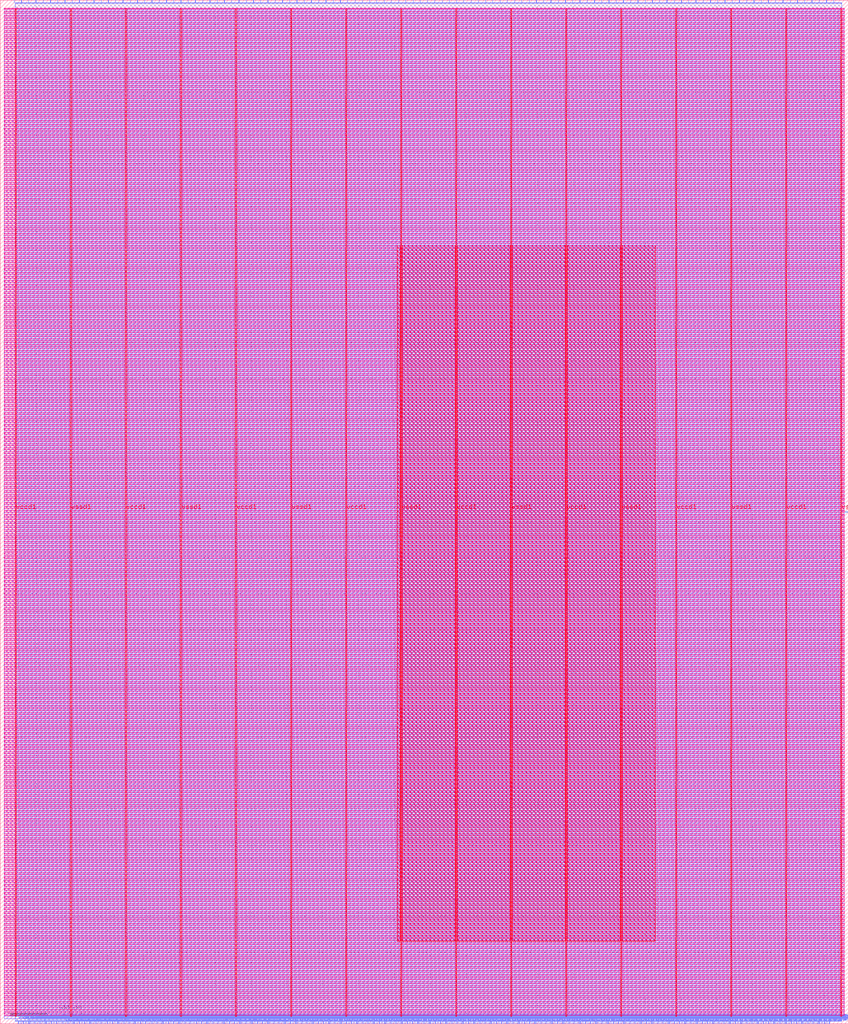
<source format=lef>
VERSION 5.7 ;
  NOWIREEXTENSIONATPIN ON ;
  DIVIDERCHAR "/" ;
  BUSBITCHARS "[]" ;
MACRO rift2Wrap
  CLASS BLOCK ;
  FOREIGN rift2Wrap ;
  ORIGIN 0.000 0.000 ;
  SIZE 1183.370 BY 1428.555 ;
  PIN io_in[0]
    DIRECTION INPUT ;
    USE SIGNAL ;
    PORT
      LAYER met2 ;
        RECT 19.410 1424.555 19.690 1428.555 ;
    END
  END io_in[0]
  PIN io_in[10]
    DIRECTION INPUT ;
    USE SIGNAL ;
    PORT
      LAYER met2 ;
        RECT 323.010 1424.555 323.290 1428.555 ;
    END
  END io_in[10]
  PIN io_in[11]
    DIRECTION INPUT ;
    USE SIGNAL ;
    PORT
      LAYER met2 ;
        RECT 353.370 1424.555 353.650 1428.555 ;
    END
  END io_in[11]
  PIN io_in[12]
    DIRECTION INPUT ;
    USE SIGNAL ;
    PORT
      LAYER met2 ;
        RECT 383.730 1424.555 384.010 1428.555 ;
    END
  END io_in[12]
  PIN io_in[13]
    DIRECTION INPUT ;
    USE SIGNAL ;
    PORT
      LAYER met2 ;
        RECT 414.090 1424.555 414.370 1428.555 ;
    END
  END io_in[13]
  PIN io_in[14]
    DIRECTION INPUT ;
    USE SIGNAL ;
    PORT
      LAYER met2 ;
        RECT 444.450 1424.555 444.730 1428.555 ;
    END
  END io_in[14]
  PIN io_in[15]
    DIRECTION INPUT ;
    USE SIGNAL ;
    PORT
      LAYER met2 ;
        RECT 474.810 1424.555 475.090 1428.555 ;
    END
  END io_in[15]
  PIN io_in[16]
    DIRECTION INPUT ;
    USE SIGNAL ;
    PORT
      LAYER met2 ;
        RECT 505.170 1424.555 505.450 1428.555 ;
    END
  END io_in[16]
  PIN io_in[17]
    DIRECTION INPUT ;
    USE SIGNAL ;
    PORT
      LAYER met2 ;
        RECT 535.530 1424.555 535.810 1428.555 ;
    END
  END io_in[17]
  PIN io_in[18]
    DIRECTION INPUT ;
    USE SIGNAL ;
    PORT
      LAYER met2 ;
        RECT 565.890 1424.555 566.170 1428.555 ;
    END
  END io_in[18]
  PIN io_in[19]
    DIRECTION INPUT ;
    USE SIGNAL ;
    PORT
      LAYER met2 ;
        RECT 596.250 1424.555 596.530 1428.555 ;
    END
  END io_in[19]
  PIN io_in[1]
    DIRECTION INPUT ;
    USE SIGNAL ;
    PORT
      LAYER met2 ;
        RECT 49.770 1424.555 50.050 1428.555 ;
    END
  END io_in[1]
  PIN io_in[20]
    DIRECTION INPUT ;
    USE SIGNAL ;
    PORT
      LAYER met2 ;
        RECT 626.610 1424.555 626.890 1428.555 ;
    END
  END io_in[20]
  PIN io_in[21]
    DIRECTION INPUT ;
    USE SIGNAL ;
    PORT
      LAYER met2 ;
        RECT 656.970 1424.555 657.250 1428.555 ;
    END
  END io_in[21]
  PIN io_in[22]
    DIRECTION INPUT ;
    USE SIGNAL ;
    PORT
      LAYER met2 ;
        RECT 687.330 1424.555 687.610 1428.555 ;
    END
  END io_in[22]
  PIN io_in[23]
    DIRECTION INPUT ;
    USE SIGNAL ;
    PORT
      LAYER met2 ;
        RECT 717.690 1424.555 717.970 1428.555 ;
    END
  END io_in[23]
  PIN io_in[24]
    DIRECTION INPUT ;
    USE SIGNAL ;
    PORT
      LAYER met2 ;
        RECT 748.050 1424.555 748.330 1428.555 ;
    END
  END io_in[24]
  PIN io_in[25]
    DIRECTION INPUT ;
    USE SIGNAL ;
    PORT
      LAYER met2 ;
        RECT 778.410 1424.555 778.690 1428.555 ;
    END
  END io_in[25]
  PIN io_in[26]
    DIRECTION INPUT ;
    USE SIGNAL ;
    PORT
      LAYER met2 ;
        RECT 808.770 1424.555 809.050 1428.555 ;
    END
  END io_in[26]
  PIN io_in[27]
    DIRECTION INPUT ;
    USE SIGNAL ;
    PORT
      LAYER met2 ;
        RECT 839.130 1424.555 839.410 1428.555 ;
    END
  END io_in[27]
  PIN io_in[28]
    DIRECTION INPUT ;
    USE SIGNAL ;
    PORT
      LAYER met2 ;
        RECT 869.490 1424.555 869.770 1428.555 ;
    END
  END io_in[28]
  PIN io_in[29]
    DIRECTION INPUT ;
    USE SIGNAL ;
    PORT
      LAYER met2 ;
        RECT 899.850 1424.555 900.130 1428.555 ;
    END
  END io_in[29]
  PIN io_in[2]
    DIRECTION INPUT ;
    USE SIGNAL ;
    PORT
      LAYER met2 ;
        RECT 80.130 1424.555 80.410 1428.555 ;
    END
  END io_in[2]
  PIN io_in[30]
    DIRECTION INPUT ;
    USE SIGNAL ;
    PORT
      LAYER met2 ;
        RECT 930.210 1424.555 930.490 1428.555 ;
    END
  END io_in[30]
  PIN io_in[31]
    DIRECTION INPUT ;
    USE SIGNAL ;
    PORT
      LAYER met2 ;
        RECT 960.570 1424.555 960.850 1428.555 ;
    END
  END io_in[31]
  PIN io_in[32]
    DIRECTION INPUT ;
    USE SIGNAL ;
    PORT
      LAYER met2 ;
        RECT 990.930 1424.555 991.210 1428.555 ;
    END
  END io_in[32]
  PIN io_in[33]
    DIRECTION INPUT ;
    USE SIGNAL ;
    PORT
      LAYER met2 ;
        RECT 1021.290 1424.555 1021.570 1428.555 ;
    END
  END io_in[33]
  PIN io_in[34]
    DIRECTION INPUT ;
    USE SIGNAL ;
    PORT
      LAYER met2 ;
        RECT 1051.650 1424.555 1051.930 1428.555 ;
    END
  END io_in[34]
  PIN io_in[35]
    DIRECTION INPUT ;
    USE SIGNAL ;
    PORT
      LAYER met2 ;
        RECT 1082.010 1424.555 1082.290 1428.555 ;
    END
  END io_in[35]
  PIN io_in[36]
    DIRECTION INPUT ;
    USE SIGNAL ;
    PORT
      LAYER met2 ;
        RECT 1112.370 1424.555 1112.650 1428.555 ;
    END
  END io_in[36]
  PIN io_in[37]
    DIRECTION INPUT ;
    USE SIGNAL ;
    PORT
      LAYER met2 ;
        RECT 1142.730 1424.555 1143.010 1428.555 ;
    END
  END io_in[37]
  PIN io_in[3]
    DIRECTION INPUT ;
    USE SIGNAL ;
    PORT
      LAYER met2 ;
        RECT 110.490 1424.555 110.770 1428.555 ;
    END
  END io_in[3]
  PIN io_in[4]
    DIRECTION INPUT ;
    USE SIGNAL ;
    PORT
      LAYER met2 ;
        RECT 140.850 1424.555 141.130 1428.555 ;
    END
  END io_in[4]
  PIN io_in[5]
    DIRECTION INPUT ;
    USE SIGNAL ;
    PORT
      LAYER met2 ;
        RECT 171.210 1424.555 171.490 1428.555 ;
    END
  END io_in[5]
  PIN io_in[6]
    DIRECTION INPUT ;
    USE SIGNAL ;
    PORT
      LAYER met2 ;
        RECT 201.570 1424.555 201.850 1428.555 ;
    END
  END io_in[6]
  PIN io_in[7]
    DIRECTION INPUT ;
    USE SIGNAL ;
    PORT
      LAYER met2 ;
        RECT 231.930 1424.555 232.210 1428.555 ;
    END
  END io_in[7]
  PIN io_in[8]
    DIRECTION INPUT ;
    USE SIGNAL ;
    PORT
      LAYER met2 ;
        RECT 262.290 1424.555 262.570 1428.555 ;
    END
  END io_in[8]
  PIN io_in[9]
    DIRECTION INPUT ;
    USE SIGNAL ;
    PORT
      LAYER met2 ;
        RECT 292.650 1424.555 292.930 1428.555 ;
    END
  END io_in[9]
  PIN io_oeb[0]
    DIRECTION OUTPUT TRISTATE ;
    USE SIGNAL ;
    PORT
      LAYER met2 ;
        RECT 29.530 1424.555 29.810 1428.555 ;
    END
  END io_oeb[0]
  PIN io_oeb[10]
    DIRECTION OUTPUT TRISTATE ;
    USE SIGNAL ;
    PORT
      LAYER met2 ;
        RECT 333.130 1424.555 333.410 1428.555 ;
    END
  END io_oeb[10]
  PIN io_oeb[11]
    DIRECTION OUTPUT TRISTATE ;
    USE SIGNAL ;
    PORT
      LAYER met2 ;
        RECT 363.490 1424.555 363.770 1428.555 ;
    END
  END io_oeb[11]
  PIN io_oeb[12]
    DIRECTION OUTPUT TRISTATE ;
    USE SIGNAL ;
    PORT
      LAYER met2 ;
        RECT 393.850 1424.555 394.130 1428.555 ;
    END
  END io_oeb[12]
  PIN io_oeb[13]
    DIRECTION OUTPUT TRISTATE ;
    USE SIGNAL ;
    PORT
      LAYER met2 ;
        RECT 424.210 1424.555 424.490 1428.555 ;
    END
  END io_oeb[13]
  PIN io_oeb[14]
    DIRECTION OUTPUT TRISTATE ;
    USE SIGNAL ;
    PORT
      LAYER met2 ;
        RECT 454.570 1424.555 454.850 1428.555 ;
    END
  END io_oeb[14]
  PIN io_oeb[15]
    DIRECTION OUTPUT TRISTATE ;
    USE SIGNAL ;
    PORT
      LAYER met2 ;
        RECT 484.930 1424.555 485.210 1428.555 ;
    END
  END io_oeb[15]
  PIN io_oeb[16]
    DIRECTION OUTPUT TRISTATE ;
    USE SIGNAL ;
    PORT
      LAYER met2 ;
        RECT 515.290 1424.555 515.570 1428.555 ;
    END
  END io_oeb[16]
  PIN io_oeb[17]
    DIRECTION OUTPUT TRISTATE ;
    USE SIGNAL ;
    PORT
      LAYER met2 ;
        RECT 545.650 1424.555 545.930 1428.555 ;
    END
  END io_oeb[17]
  PIN io_oeb[18]
    DIRECTION OUTPUT TRISTATE ;
    USE SIGNAL ;
    PORT
      LAYER met2 ;
        RECT 576.010 1424.555 576.290 1428.555 ;
    END
  END io_oeb[18]
  PIN io_oeb[19]
    DIRECTION OUTPUT TRISTATE ;
    USE SIGNAL ;
    PORT
      LAYER met2 ;
        RECT 606.370 1424.555 606.650 1428.555 ;
    END
  END io_oeb[19]
  PIN io_oeb[1]
    DIRECTION OUTPUT TRISTATE ;
    USE SIGNAL ;
    PORT
      LAYER met2 ;
        RECT 59.890 1424.555 60.170 1428.555 ;
    END
  END io_oeb[1]
  PIN io_oeb[20]
    DIRECTION OUTPUT TRISTATE ;
    USE SIGNAL ;
    PORT
      LAYER met2 ;
        RECT 636.730 1424.555 637.010 1428.555 ;
    END
  END io_oeb[20]
  PIN io_oeb[21]
    DIRECTION OUTPUT TRISTATE ;
    USE SIGNAL ;
    PORT
      LAYER met2 ;
        RECT 667.090 1424.555 667.370 1428.555 ;
    END
  END io_oeb[21]
  PIN io_oeb[22]
    DIRECTION OUTPUT TRISTATE ;
    USE SIGNAL ;
    PORT
      LAYER met2 ;
        RECT 697.450 1424.555 697.730 1428.555 ;
    END
  END io_oeb[22]
  PIN io_oeb[23]
    DIRECTION OUTPUT TRISTATE ;
    USE SIGNAL ;
    PORT
      LAYER met2 ;
        RECT 727.810 1424.555 728.090 1428.555 ;
    END
  END io_oeb[23]
  PIN io_oeb[24]
    DIRECTION OUTPUT TRISTATE ;
    USE SIGNAL ;
    PORT
      LAYER met2 ;
        RECT 758.170 1424.555 758.450 1428.555 ;
    END
  END io_oeb[24]
  PIN io_oeb[25]
    DIRECTION OUTPUT TRISTATE ;
    USE SIGNAL ;
    PORT
      LAYER met2 ;
        RECT 788.530 1424.555 788.810 1428.555 ;
    END
  END io_oeb[25]
  PIN io_oeb[26]
    DIRECTION OUTPUT TRISTATE ;
    USE SIGNAL ;
    PORT
      LAYER met2 ;
        RECT 818.890 1424.555 819.170 1428.555 ;
    END
  END io_oeb[26]
  PIN io_oeb[27]
    DIRECTION OUTPUT TRISTATE ;
    USE SIGNAL ;
    PORT
      LAYER met2 ;
        RECT 849.250 1424.555 849.530 1428.555 ;
    END
  END io_oeb[27]
  PIN io_oeb[28]
    DIRECTION OUTPUT TRISTATE ;
    USE SIGNAL ;
    PORT
      LAYER met2 ;
        RECT 879.610 1424.555 879.890 1428.555 ;
    END
  END io_oeb[28]
  PIN io_oeb[29]
    DIRECTION OUTPUT TRISTATE ;
    USE SIGNAL ;
    PORT
      LAYER met2 ;
        RECT 909.970 1424.555 910.250 1428.555 ;
    END
  END io_oeb[29]
  PIN io_oeb[2]
    DIRECTION OUTPUT TRISTATE ;
    USE SIGNAL ;
    PORT
      LAYER met2 ;
        RECT 90.250 1424.555 90.530 1428.555 ;
    END
  END io_oeb[2]
  PIN io_oeb[30]
    DIRECTION OUTPUT TRISTATE ;
    USE SIGNAL ;
    PORT
      LAYER met2 ;
        RECT 940.330 1424.555 940.610 1428.555 ;
    END
  END io_oeb[30]
  PIN io_oeb[31]
    DIRECTION OUTPUT TRISTATE ;
    USE SIGNAL ;
    PORT
      LAYER met2 ;
        RECT 970.690 1424.555 970.970 1428.555 ;
    END
  END io_oeb[31]
  PIN io_oeb[32]
    DIRECTION OUTPUT TRISTATE ;
    USE SIGNAL ;
    PORT
      LAYER met2 ;
        RECT 1001.050 1424.555 1001.330 1428.555 ;
    END
  END io_oeb[32]
  PIN io_oeb[33]
    DIRECTION OUTPUT TRISTATE ;
    USE SIGNAL ;
    PORT
      LAYER met2 ;
        RECT 1031.410 1424.555 1031.690 1428.555 ;
    END
  END io_oeb[33]
  PIN io_oeb[34]
    DIRECTION OUTPUT TRISTATE ;
    USE SIGNAL ;
    PORT
      LAYER met2 ;
        RECT 1061.770 1424.555 1062.050 1428.555 ;
    END
  END io_oeb[34]
  PIN io_oeb[35]
    DIRECTION OUTPUT TRISTATE ;
    USE SIGNAL ;
    PORT
      LAYER met2 ;
        RECT 1092.130 1424.555 1092.410 1428.555 ;
    END
  END io_oeb[35]
  PIN io_oeb[36]
    DIRECTION OUTPUT TRISTATE ;
    USE SIGNAL ;
    PORT
      LAYER met2 ;
        RECT 1122.490 1424.555 1122.770 1428.555 ;
    END
  END io_oeb[36]
  PIN io_oeb[37]
    DIRECTION OUTPUT TRISTATE ;
    USE SIGNAL ;
    PORT
      LAYER met2 ;
        RECT 1152.850 1424.555 1153.130 1428.555 ;
    END
  END io_oeb[37]
  PIN io_oeb[3]
    DIRECTION OUTPUT TRISTATE ;
    USE SIGNAL ;
    PORT
      LAYER met2 ;
        RECT 120.610 1424.555 120.890 1428.555 ;
    END
  END io_oeb[3]
  PIN io_oeb[4]
    DIRECTION OUTPUT TRISTATE ;
    USE SIGNAL ;
    PORT
      LAYER met2 ;
        RECT 150.970 1424.555 151.250 1428.555 ;
    END
  END io_oeb[4]
  PIN io_oeb[5]
    DIRECTION OUTPUT TRISTATE ;
    USE SIGNAL ;
    PORT
      LAYER met2 ;
        RECT 181.330 1424.555 181.610 1428.555 ;
    END
  END io_oeb[5]
  PIN io_oeb[6]
    DIRECTION OUTPUT TRISTATE ;
    USE SIGNAL ;
    PORT
      LAYER met2 ;
        RECT 211.690 1424.555 211.970 1428.555 ;
    END
  END io_oeb[6]
  PIN io_oeb[7]
    DIRECTION OUTPUT TRISTATE ;
    USE SIGNAL ;
    PORT
      LAYER met2 ;
        RECT 242.050 1424.555 242.330 1428.555 ;
    END
  END io_oeb[7]
  PIN io_oeb[8]
    DIRECTION OUTPUT TRISTATE ;
    USE SIGNAL ;
    PORT
      LAYER met2 ;
        RECT 272.410 1424.555 272.690 1428.555 ;
    END
  END io_oeb[8]
  PIN io_oeb[9]
    DIRECTION OUTPUT TRISTATE ;
    USE SIGNAL ;
    PORT
      LAYER met2 ;
        RECT 302.770 1424.555 303.050 1428.555 ;
    END
  END io_oeb[9]
  PIN io_out[0]
    DIRECTION OUTPUT TRISTATE ;
    USE SIGNAL ;
    PORT
      LAYER met2 ;
        RECT 39.650 1424.555 39.930 1428.555 ;
    END
  END io_out[0]
  PIN io_out[10]
    DIRECTION OUTPUT TRISTATE ;
    USE SIGNAL ;
    PORT
      LAYER met2 ;
        RECT 343.250 1424.555 343.530 1428.555 ;
    END
  END io_out[10]
  PIN io_out[11]
    DIRECTION OUTPUT TRISTATE ;
    USE SIGNAL ;
    PORT
      LAYER met2 ;
        RECT 373.610 1424.555 373.890 1428.555 ;
    END
  END io_out[11]
  PIN io_out[12]
    DIRECTION OUTPUT TRISTATE ;
    USE SIGNAL ;
    PORT
      LAYER met2 ;
        RECT 403.970 1424.555 404.250 1428.555 ;
    END
  END io_out[12]
  PIN io_out[13]
    DIRECTION OUTPUT TRISTATE ;
    USE SIGNAL ;
    PORT
      LAYER met2 ;
        RECT 434.330 1424.555 434.610 1428.555 ;
    END
  END io_out[13]
  PIN io_out[14]
    DIRECTION OUTPUT TRISTATE ;
    USE SIGNAL ;
    PORT
      LAYER met2 ;
        RECT 464.690 1424.555 464.970 1428.555 ;
    END
  END io_out[14]
  PIN io_out[15]
    DIRECTION OUTPUT TRISTATE ;
    USE SIGNAL ;
    PORT
      LAYER met2 ;
        RECT 495.050 1424.555 495.330 1428.555 ;
    END
  END io_out[15]
  PIN io_out[16]
    DIRECTION OUTPUT TRISTATE ;
    USE SIGNAL ;
    PORT
      LAYER met2 ;
        RECT 525.410 1424.555 525.690 1428.555 ;
    END
  END io_out[16]
  PIN io_out[17]
    DIRECTION OUTPUT TRISTATE ;
    USE SIGNAL ;
    PORT
      LAYER met2 ;
        RECT 555.770 1424.555 556.050 1428.555 ;
    END
  END io_out[17]
  PIN io_out[18]
    DIRECTION OUTPUT TRISTATE ;
    USE SIGNAL ;
    PORT
      LAYER met2 ;
        RECT 586.130 1424.555 586.410 1428.555 ;
    END
  END io_out[18]
  PIN io_out[19]
    DIRECTION OUTPUT TRISTATE ;
    USE SIGNAL ;
    PORT
      LAYER met2 ;
        RECT 616.490 1424.555 616.770 1428.555 ;
    END
  END io_out[19]
  PIN io_out[1]
    DIRECTION OUTPUT TRISTATE ;
    USE SIGNAL ;
    PORT
      LAYER met2 ;
        RECT 70.010 1424.555 70.290 1428.555 ;
    END
  END io_out[1]
  PIN io_out[20]
    DIRECTION OUTPUT TRISTATE ;
    USE SIGNAL ;
    PORT
      LAYER met2 ;
        RECT 646.850 1424.555 647.130 1428.555 ;
    END
  END io_out[20]
  PIN io_out[21]
    DIRECTION OUTPUT TRISTATE ;
    USE SIGNAL ;
    PORT
      LAYER met2 ;
        RECT 677.210 1424.555 677.490 1428.555 ;
    END
  END io_out[21]
  PIN io_out[22]
    DIRECTION OUTPUT TRISTATE ;
    USE SIGNAL ;
    PORT
      LAYER met2 ;
        RECT 707.570 1424.555 707.850 1428.555 ;
    END
  END io_out[22]
  PIN io_out[23]
    DIRECTION OUTPUT TRISTATE ;
    USE SIGNAL ;
    PORT
      LAYER met2 ;
        RECT 737.930 1424.555 738.210 1428.555 ;
    END
  END io_out[23]
  PIN io_out[24]
    DIRECTION OUTPUT TRISTATE ;
    USE SIGNAL ;
    PORT
      LAYER met2 ;
        RECT 768.290 1424.555 768.570 1428.555 ;
    END
  END io_out[24]
  PIN io_out[25]
    DIRECTION OUTPUT TRISTATE ;
    USE SIGNAL ;
    PORT
      LAYER met2 ;
        RECT 798.650 1424.555 798.930 1428.555 ;
    END
  END io_out[25]
  PIN io_out[26]
    DIRECTION OUTPUT TRISTATE ;
    USE SIGNAL ;
    PORT
      LAYER met2 ;
        RECT 829.010 1424.555 829.290 1428.555 ;
    END
  END io_out[26]
  PIN io_out[27]
    DIRECTION OUTPUT TRISTATE ;
    USE SIGNAL ;
    PORT
      LAYER met2 ;
        RECT 859.370 1424.555 859.650 1428.555 ;
    END
  END io_out[27]
  PIN io_out[28]
    DIRECTION OUTPUT TRISTATE ;
    USE SIGNAL ;
    PORT
      LAYER met2 ;
        RECT 889.730 1424.555 890.010 1428.555 ;
    END
  END io_out[28]
  PIN io_out[29]
    DIRECTION OUTPUT TRISTATE ;
    USE SIGNAL ;
    PORT
      LAYER met2 ;
        RECT 920.090 1424.555 920.370 1428.555 ;
    END
  END io_out[29]
  PIN io_out[2]
    DIRECTION OUTPUT TRISTATE ;
    USE SIGNAL ;
    PORT
      LAYER met2 ;
        RECT 100.370 1424.555 100.650 1428.555 ;
    END
  END io_out[2]
  PIN io_out[30]
    DIRECTION OUTPUT TRISTATE ;
    USE SIGNAL ;
    PORT
      LAYER met2 ;
        RECT 950.450 1424.555 950.730 1428.555 ;
    END
  END io_out[30]
  PIN io_out[31]
    DIRECTION OUTPUT TRISTATE ;
    USE SIGNAL ;
    PORT
      LAYER met2 ;
        RECT 980.810 1424.555 981.090 1428.555 ;
    END
  END io_out[31]
  PIN io_out[32]
    DIRECTION OUTPUT TRISTATE ;
    USE SIGNAL ;
    PORT
      LAYER met2 ;
        RECT 1011.170 1424.555 1011.450 1428.555 ;
    END
  END io_out[32]
  PIN io_out[33]
    DIRECTION OUTPUT TRISTATE ;
    USE SIGNAL ;
    PORT
      LAYER met2 ;
        RECT 1041.530 1424.555 1041.810 1428.555 ;
    END
  END io_out[33]
  PIN io_out[34]
    DIRECTION OUTPUT TRISTATE ;
    USE SIGNAL ;
    PORT
      LAYER met2 ;
        RECT 1071.890 1424.555 1072.170 1428.555 ;
    END
  END io_out[34]
  PIN io_out[35]
    DIRECTION OUTPUT TRISTATE ;
    USE SIGNAL ;
    PORT
      LAYER met2 ;
        RECT 1102.250 1424.555 1102.530 1428.555 ;
    END
  END io_out[35]
  PIN io_out[36]
    DIRECTION OUTPUT TRISTATE ;
    USE SIGNAL ;
    PORT
      LAYER met2 ;
        RECT 1132.610 1424.555 1132.890 1428.555 ;
    END
  END io_out[36]
  PIN io_out[37]
    DIRECTION OUTPUT TRISTATE ;
    USE SIGNAL ;
    PORT
      LAYER met2 ;
        RECT 1162.970 1424.555 1163.250 1428.555 ;
    END
  END io_out[37]
  PIN io_out[3]
    DIRECTION OUTPUT TRISTATE ;
    USE SIGNAL ;
    PORT
      LAYER met2 ;
        RECT 130.730 1424.555 131.010 1428.555 ;
    END
  END io_out[3]
  PIN io_out[4]
    DIRECTION OUTPUT TRISTATE ;
    USE SIGNAL ;
    PORT
      LAYER met2 ;
        RECT 161.090 1424.555 161.370 1428.555 ;
    END
  END io_out[4]
  PIN io_out[5]
    DIRECTION OUTPUT TRISTATE ;
    USE SIGNAL ;
    PORT
      LAYER met2 ;
        RECT 191.450 1424.555 191.730 1428.555 ;
    END
  END io_out[5]
  PIN io_out[6]
    DIRECTION OUTPUT TRISTATE ;
    USE SIGNAL ;
    PORT
      LAYER met2 ;
        RECT 221.810 1424.555 222.090 1428.555 ;
    END
  END io_out[6]
  PIN io_out[7]
    DIRECTION OUTPUT TRISTATE ;
    USE SIGNAL ;
    PORT
      LAYER met2 ;
        RECT 252.170 1424.555 252.450 1428.555 ;
    END
  END io_out[7]
  PIN io_out[8]
    DIRECTION OUTPUT TRISTATE ;
    USE SIGNAL ;
    PORT
      LAYER met2 ;
        RECT 282.530 1424.555 282.810 1428.555 ;
    END
  END io_out[8]
  PIN io_out[9]
    DIRECTION OUTPUT TRISTATE ;
    USE SIGNAL ;
    PORT
      LAYER met2 ;
        RECT 312.890 1424.555 313.170 1428.555 ;
    END
  END io_out[9]
  PIN la_data_in[0]
    DIRECTION INPUT ;
    USE SIGNAL ;
    PORT
      LAYER met2 ;
        RECT 269.190 0.000 269.470 4.000 ;
    END
  END la_data_in[0]
  PIN la_data_in[100]
    DIRECTION INPUT ;
    USE SIGNAL ;
    PORT
      LAYER met2 ;
        RECT 959.190 0.000 959.470 4.000 ;
    END
  END la_data_in[100]
  PIN la_data_in[101]
    DIRECTION INPUT ;
    USE SIGNAL ;
    PORT
      LAYER met2 ;
        RECT 966.090 0.000 966.370 4.000 ;
    END
  END la_data_in[101]
  PIN la_data_in[102]
    DIRECTION INPUT ;
    USE SIGNAL ;
    PORT
      LAYER met2 ;
        RECT 972.990 0.000 973.270 4.000 ;
    END
  END la_data_in[102]
  PIN la_data_in[103]
    DIRECTION INPUT ;
    USE SIGNAL ;
    PORT
      LAYER met2 ;
        RECT 979.890 0.000 980.170 4.000 ;
    END
  END la_data_in[103]
  PIN la_data_in[104]
    DIRECTION INPUT ;
    USE SIGNAL ;
    PORT
      LAYER met2 ;
        RECT 986.790 0.000 987.070 4.000 ;
    END
  END la_data_in[104]
  PIN la_data_in[105]
    DIRECTION INPUT ;
    USE SIGNAL ;
    PORT
      LAYER met2 ;
        RECT 993.690 0.000 993.970 4.000 ;
    END
  END la_data_in[105]
  PIN la_data_in[106]
    DIRECTION INPUT ;
    USE SIGNAL ;
    PORT
      LAYER met2 ;
        RECT 1000.590 0.000 1000.870 4.000 ;
    END
  END la_data_in[106]
  PIN la_data_in[107]
    DIRECTION INPUT ;
    USE SIGNAL ;
    PORT
      LAYER met2 ;
        RECT 1007.490 0.000 1007.770 4.000 ;
    END
  END la_data_in[107]
  PIN la_data_in[108]
    DIRECTION INPUT ;
    USE SIGNAL ;
    PORT
      LAYER met2 ;
        RECT 1014.390 0.000 1014.670 4.000 ;
    END
  END la_data_in[108]
  PIN la_data_in[109]
    DIRECTION INPUT ;
    USE SIGNAL ;
    PORT
      LAYER met2 ;
        RECT 1021.290 0.000 1021.570 4.000 ;
    END
  END la_data_in[109]
  PIN la_data_in[10]
    DIRECTION INPUT ;
    USE SIGNAL ;
    PORT
      LAYER met2 ;
        RECT 338.190 0.000 338.470 4.000 ;
    END
  END la_data_in[10]
  PIN la_data_in[110]
    DIRECTION INPUT ;
    USE SIGNAL ;
    PORT
      LAYER met2 ;
        RECT 1028.190 0.000 1028.470 4.000 ;
    END
  END la_data_in[110]
  PIN la_data_in[111]
    DIRECTION INPUT ;
    USE SIGNAL ;
    PORT
      LAYER met2 ;
        RECT 1035.090 0.000 1035.370 4.000 ;
    END
  END la_data_in[111]
  PIN la_data_in[112]
    DIRECTION INPUT ;
    USE SIGNAL ;
    PORT
      LAYER met2 ;
        RECT 1041.990 0.000 1042.270 4.000 ;
    END
  END la_data_in[112]
  PIN la_data_in[113]
    DIRECTION INPUT ;
    USE SIGNAL ;
    PORT
      LAYER met2 ;
        RECT 1048.890 0.000 1049.170 4.000 ;
    END
  END la_data_in[113]
  PIN la_data_in[114]
    DIRECTION INPUT ;
    USE SIGNAL ;
    PORT
      LAYER met2 ;
        RECT 1055.790 0.000 1056.070 4.000 ;
    END
  END la_data_in[114]
  PIN la_data_in[115]
    DIRECTION INPUT ;
    USE SIGNAL ;
    PORT
      LAYER met2 ;
        RECT 1062.690 0.000 1062.970 4.000 ;
    END
  END la_data_in[115]
  PIN la_data_in[116]
    DIRECTION INPUT ;
    USE SIGNAL ;
    PORT
      LAYER met2 ;
        RECT 1069.590 0.000 1069.870 4.000 ;
    END
  END la_data_in[116]
  PIN la_data_in[117]
    DIRECTION INPUT ;
    USE SIGNAL ;
    PORT
      LAYER met2 ;
        RECT 1076.490 0.000 1076.770 4.000 ;
    END
  END la_data_in[117]
  PIN la_data_in[118]
    DIRECTION INPUT ;
    USE SIGNAL ;
    PORT
      LAYER met2 ;
        RECT 1083.390 0.000 1083.670 4.000 ;
    END
  END la_data_in[118]
  PIN la_data_in[119]
    DIRECTION INPUT ;
    USE SIGNAL ;
    PORT
      LAYER met2 ;
        RECT 1090.290 0.000 1090.570 4.000 ;
    END
  END la_data_in[119]
  PIN la_data_in[11]
    DIRECTION INPUT ;
    USE SIGNAL ;
    PORT
      LAYER met2 ;
        RECT 345.090 0.000 345.370 4.000 ;
    END
  END la_data_in[11]
  PIN la_data_in[120]
    DIRECTION INPUT ;
    USE SIGNAL ;
    PORT
      LAYER met2 ;
        RECT 1097.190 0.000 1097.470 4.000 ;
    END
  END la_data_in[120]
  PIN la_data_in[121]
    DIRECTION INPUT ;
    USE SIGNAL ;
    PORT
      LAYER met2 ;
        RECT 1104.090 0.000 1104.370 4.000 ;
    END
  END la_data_in[121]
  PIN la_data_in[122]
    DIRECTION INPUT ;
    USE SIGNAL ;
    PORT
      LAYER met2 ;
        RECT 1110.990 0.000 1111.270 4.000 ;
    END
  END la_data_in[122]
  PIN la_data_in[123]
    DIRECTION INPUT ;
    USE SIGNAL ;
    PORT
      LAYER met2 ;
        RECT 1117.890 0.000 1118.170 4.000 ;
    END
  END la_data_in[123]
  PIN la_data_in[124]
    DIRECTION INPUT ;
    USE SIGNAL ;
    PORT
      LAYER met2 ;
        RECT 1124.790 0.000 1125.070 4.000 ;
    END
  END la_data_in[124]
  PIN la_data_in[125]
    DIRECTION INPUT ;
    USE SIGNAL ;
    PORT
      LAYER met2 ;
        RECT 1131.690 0.000 1131.970 4.000 ;
    END
  END la_data_in[125]
  PIN la_data_in[126]
    DIRECTION INPUT ;
    USE SIGNAL ;
    PORT
      LAYER met2 ;
        RECT 1138.590 0.000 1138.870 4.000 ;
    END
  END la_data_in[126]
  PIN la_data_in[127]
    DIRECTION INPUT ;
    USE SIGNAL ;
    PORT
      LAYER met2 ;
        RECT 1145.490 0.000 1145.770 4.000 ;
    END
  END la_data_in[127]
  PIN la_data_in[12]
    DIRECTION INPUT ;
    USE SIGNAL ;
    PORT
      LAYER met2 ;
        RECT 351.990 0.000 352.270 4.000 ;
    END
  END la_data_in[12]
  PIN la_data_in[13]
    DIRECTION INPUT ;
    USE SIGNAL ;
    PORT
      LAYER met2 ;
        RECT 358.890 0.000 359.170 4.000 ;
    END
  END la_data_in[13]
  PIN la_data_in[14]
    DIRECTION INPUT ;
    USE SIGNAL ;
    PORT
      LAYER met2 ;
        RECT 365.790 0.000 366.070 4.000 ;
    END
  END la_data_in[14]
  PIN la_data_in[15]
    DIRECTION INPUT ;
    USE SIGNAL ;
    PORT
      LAYER met2 ;
        RECT 372.690 0.000 372.970 4.000 ;
    END
  END la_data_in[15]
  PIN la_data_in[16]
    DIRECTION INPUT ;
    USE SIGNAL ;
    PORT
      LAYER met2 ;
        RECT 379.590 0.000 379.870 4.000 ;
    END
  END la_data_in[16]
  PIN la_data_in[17]
    DIRECTION INPUT ;
    USE SIGNAL ;
    PORT
      LAYER met2 ;
        RECT 386.490 0.000 386.770 4.000 ;
    END
  END la_data_in[17]
  PIN la_data_in[18]
    DIRECTION INPUT ;
    USE SIGNAL ;
    PORT
      LAYER met2 ;
        RECT 393.390 0.000 393.670 4.000 ;
    END
  END la_data_in[18]
  PIN la_data_in[19]
    DIRECTION INPUT ;
    USE SIGNAL ;
    PORT
      LAYER met2 ;
        RECT 400.290 0.000 400.570 4.000 ;
    END
  END la_data_in[19]
  PIN la_data_in[1]
    DIRECTION INPUT ;
    USE SIGNAL ;
    PORT
      LAYER met2 ;
        RECT 276.090 0.000 276.370 4.000 ;
    END
  END la_data_in[1]
  PIN la_data_in[20]
    DIRECTION INPUT ;
    USE SIGNAL ;
    PORT
      LAYER met2 ;
        RECT 407.190 0.000 407.470 4.000 ;
    END
  END la_data_in[20]
  PIN la_data_in[21]
    DIRECTION INPUT ;
    USE SIGNAL ;
    PORT
      LAYER met2 ;
        RECT 414.090 0.000 414.370 4.000 ;
    END
  END la_data_in[21]
  PIN la_data_in[22]
    DIRECTION INPUT ;
    USE SIGNAL ;
    PORT
      LAYER met2 ;
        RECT 420.990 0.000 421.270 4.000 ;
    END
  END la_data_in[22]
  PIN la_data_in[23]
    DIRECTION INPUT ;
    USE SIGNAL ;
    PORT
      LAYER met2 ;
        RECT 427.890 0.000 428.170 4.000 ;
    END
  END la_data_in[23]
  PIN la_data_in[24]
    DIRECTION INPUT ;
    USE SIGNAL ;
    PORT
      LAYER met2 ;
        RECT 434.790 0.000 435.070 4.000 ;
    END
  END la_data_in[24]
  PIN la_data_in[25]
    DIRECTION INPUT ;
    USE SIGNAL ;
    PORT
      LAYER met2 ;
        RECT 441.690 0.000 441.970 4.000 ;
    END
  END la_data_in[25]
  PIN la_data_in[26]
    DIRECTION INPUT ;
    USE SIGNAL ;
    PORT
      LAYER met2 ;
        RECT 448.590 0.000 448.870 4.000 ;
    END
  END la_data_in[26]
  PIN la_data_in[27]
    DIRECTION INPUT ;
    USE SIGNAL ;
    PORT
      LAYER met2 ;
        RECT 455.490 0.000 455.770 4.000 ;
    END
  END la_data_in[27]
  PIN la_data_in[28]
    DIRECTION INPUT ;
    USE SIGNAL ;
    PORT
      LAYER met2 ;
        RECT 462.390 0.000 462.670 4.000 ;
    END
  END la_data_in[28]
  PIN la_data_in[29]
    DIRECTION INPUT ;
    USE SIGNAL ;
    PORT
      LAYER met2 ;
        RECT 469.290 0.000 469.570 4.000 ;
    END
  END la_data_in[29]
  PIN la_data_in[2]
    DIRECTION INPUT ;
    USE SIGNAL ;
    PORT
      LAYER met2 ;
        RECT 282.990 0.000 283.270 4.000 ;
    END
  END la_data_in[2]
  PIN la_data_in[30]
    DIRECTION INPUT ;
    USE SIGNAL ;
    PORT
      LAYER met2 ;
        RECT 476.190 0.000 476.470 4.000 ;
    END
  END la_data_in[30]
  PIN la_data_in[31]
    DIRECTION INPUT ;
    USE SIGNAL ;
    PORT
      LAYER met2 ;
        RECT 483.090 0.000 483.370 4.000 ;
    END
  END la_data_in[31]
  PIN la_data_in[32]
    DIRECTION INPUT ;
    USE SIGNAL ;
    PORT
      LAYER met2 ;
        RECT 489.990 0.000 490.270 4.000 ;
    END
  END la_data_in[32]
  PIN la_data_in[33]
    DIRECTION INPUT ;
    USE SIGNAL ;
    PORT
      LAYER met2 ;
        RECT 496.890 0.000 497.170 4.000 ;
    END
  END la_data_in[33]
  PIN la_data_in[34]
    DIRECTION INPUT ;
    USE SIGNAL ;
    PORT
      LAYER met2 ;
        RECT 503.790 0.000 504.070 4.000 ;
    END
  END la_data_in[34]
  PIN la_data_in[35]
    DIRECTION INPUT ;
    USE SIGNAL ;
    PORT
      LAYER met2 ;
        RECT 510.690 0.000 510.970 4.000 ;
    END
  END la_data_in[35]
  PIN la_data_in[36]
    DIRECTION INPUT ;
    USE SIGNAL ;
    PORT
      LAYER met2 ;
        RECT 517.590 0.000 517.870 4.000 ;
    END
  END la_data_in[36]
  PIN la_data_in[37]
    DIRECTION INPUT ;
    USE SIGNAL ;
    PORT
      LAYER met2 ;
        RECT 524.490 0.000 524.770 4.000 ;
    END
  END la_data_in[37]
  PIN la_data_in[38]
    DIRECTION INPUT ;
    USE SIGNAL ;
    PORT
      LAYER met2 ;
        RECT 531.390 0.000 531.670 4.000 ;
    END
  END la_data_in[38]
  PIN la_data_in[39]
    DIRECTION INPUT ;
    USE SIGNAL ;
    PORT
      LAYER met2 ;
        RECT 538.290 0.000 538.570 4.000 ;
    END
  END la_data_in[39]
  PIN la_data_in[3]
    DIRECTION INPUT ;
    USE SIGNAL ;
    PORT
      LAYER met2 ;
        RECT 289.890 0.000 290.170 4.000 ;
    END
  END la_data_in[3]
  PIN la_data_in[40]
    DIRECTION INPUT ;
    USE SIGNAL ;
    PORT
      LAYER met2 ;
        RECT 545.190 0.000 545.470 4.000 ;
    END
  END la_data_in[40]
  PIN la_data_in[41]
    DIRECTION INPUT ;
    USE SIGNAL ;
    PORT
      LAYER met2 ;
        RECT 552.090 0.000 552.370 4.000 ;
    END
  END la_data_in[41]
  PIN la_data_in[42]
    DIRECTION INPUT ;
    USE SIGNAL ;
    PORT
      LAYER met2 ;
        RECT 558.990 0.000 559.270 4.000 ;
    END
  END la_data_in[42]
  PIN la_data_in[43]
    DIRECTION INPUT ;
    USE SIGNAL ;
    PORT
      LAYER met2 ;
        RECT 565.890 0.000 566.170 4.000 ;
    END
  END la_data_in[43]
  PIN la_data_in[44]
    DIRECTION INPUT ;
    USE SIGNAL ;
    PORT
      LAYER met2 ;
        RECT 572.790 0.000 573.070 4.000 ;
    END
  END la_data_in[44]
  PIN la_data_in[45]
    DIRECTION INPUT ;
    USE SIGNAL ;
    PORT
      LAYER met2 ;
        RECT 579.690 0.000 579.970 4.000 ;
    END
  END la_data_in[45]
  PIN la_data_in[46]
    DIRECTION INPUT ;
    USE SIGNAL ;
    PORT
      LAYER met2 ;
        RECT 586.590 0.000 586.870 4.000 ;
    END
  END la_data_in[46]
  PIN la_data_in[47]
    DIRECTION INPUT ;
    USE SIGNAL ;
    PORT
      LAYER met2 ;
        RECT 593.490 0.000 593.770 4.000 ;
    END
  END la_data_in[47]
  PIN la_data_in[48]
    DIRECTION INPUT ;
    USE SIGNAL ;
    PORT
      LAYER met2 ;
        RECT 600.390 0.000 600.670 4.000 ;
    END
  END la_data_in[48]
  PIN la_data_in[49]
    DIRECTION INPUT ;
    USE SIGNAL ;
    PORT
      LAYER met2 ;
        RECT 607.290 0.000 607.570 4.000 ;
    END
  END la_data_in[49]
  PIN la_data_in[4]
    DIRECTION INPUT ;
    USE SIGNAL ;
    PORT
      LAYER met2 ;
        RECT 296.790 0.000 297.070 4.000 ;
    END
  END la_data_in[4]
  PIN la_data_in[50]
    DIRECTION INPUT ;
    USE SIGNAL ;
    PORT
      LAYER met2 ;
        RECT 614.190 0.000 614.470 4.000 ;
    END
  END la_data_in[50]
  PIN la_data_in[51]
    DIRECTION INPUT ;
    USE SIGNAL ;
    PORT
      LAYER met2 ;
        RECT 621.090 0.000 621.370 4.000 ;
    END
  END la_data_in[51]
  PIN la_data_in[52]
    DIRECTION INPUT ;
    USE SIGNAL ;
    PORT
      LAYER met2 ;
        RECT 627.990 0.000 628.270 4.000 ;
    END
  END la_data_in[52]
  PIN la_data_in[53]
    DIRECTION INPUT ;
    USE SIGNAL ;
    PORT
      LAYER met2 ;
        RECT 634.890 0.000 635.170 4.000 ;
    END
  END la_data_in[53]
  PIN la_data_in[54]
    DIRECTION INPUT ;
    USE SIGNAL ;
    PORT
      LAYER met2 ;
        RECT 641.790 0.000 642.070 4.000 ;
    END
  END la_data_in[54]
  PIN la_data_in[55]
    DIRECTION INPUT ;
    USE SIGNAL ;
    PORT
      LAYER met2 ;
        RECT 648.690 0.000 648.970 4.000 ;
    END
  END la_data_in[55]
  PIN la_data_in[56]
    DIRECTION INPUT ;
    USE SIGNAL ;
    PORT
      LAYER met2 ;
        RECT 655.590 0.000 655.870 4.000 ;
    END
  END la_data_in[56]
  PIN la_data_in[57]
    DIRECTION INPUT ;
    USE SIGNAL ;
    PORT
      LAYER met2 ;
        RECT 662.490 0.000 662.770 4.000 ;
    END
  END la_data_in[57]
  PIN la_data_in[58]
    DIRECTION INPUT ;
    USE SIGNAL ;
    PORT
      LAYER met2 ;
        RECT 669.390 0.000 669.670 4.000 ;
    END
  END la_data_in[58]
  PIN la_data_in[59]
    DIRECTION INPUT ;
    USE SIGNAL ;
    PORT
      LAYER met2 ;
        RECT 676.290 0.000 676.570 4.000 ;
    END
  END la_data_in[59]
  PIN la_data_in[5]
    DIRECTION INPUT ;
    USE SIGNAL ;
    PORT
      LAYER met2 ;
        RECT 303.690 0.000 303.970 4.000 ;
    END
  END la_data_in[5]
  PIN la_data_in[60]
    DIRECTION INPUT ;
    USE SIGNAL ;
    PORT
      LAYER met2 ;
        RECT 683.190 0.000 683.470 4.000 ;
    END
  END la_data_in[60]
  PIN la_data_in[61]
    DIRECTION INPUT ;
    USE SIGNAL ;
    PORT
      LAYER met2 ;
        RECT 690.090 0.000 690.370 4.000 ;
    END
  END la_data_in[61]
  PIN la_data_in[62]
    DIRECTION INPUT ;
    USE SIGNAL ;
    PORT
      LAYER met2 ;
        RECT 696.990 0.000 697.270 4.000 ;
    END
  END la_data_in[62]
  PIN la_data_in[63]
    DIRECTION INPUT ;
    USE SIGNAL ;
    PORT
      LAYER met2 ;
        RECT 703.890 0.000 704.170 4.000 ;
    END
  END la_data_in[63]
  PIN la_data_in[64]
    DIRECTION INPUT ;
    USE SIGNAL ;
    PORT
      LAYER met2 ;
        RECT 710.790 0.000 711.070 4.000 ;
    END
  END la_data_in[64]
  PIN la_data_in[65]
    DIRECTION INPUT ;
    USE SIGNAL ;
    PORT
      LAYER met2 ;
        RECT 717.690 0.000 717.970 4.000 ;
    END
  END la_data_in[65]
  PIN la_data_in[66]
    DIRECTION INPUT ;
    USE SIGNAL ;
    PORT
      LAYER met2 ;
        RECT 724.590 0.000 724.870 4.000 ;
    END
  END la_data_in[66]
  PIN la_data_in[67]
    DIRECTION INPUT ;
    USE SIGNAL ;
    PORT
      LAYER met2 ;
        RECT 731.490 0.000 731.770 4.000 ;
    END
  END la_data_in[67]
  PIN la_data_in[68]
    DIRECTION INPUT ;
    USE SIGNAL ;
    PORT
      LAYER met2 ;
        RECT 738.390 0.000 738.670 4.000 ;
    END
  END la_data_in[68]
  PIN la_data_in[69]
    DIRECTION INPUT ;
    USE SIGNAL ;
    PORT
      LAYER met2 ;
        RECT 745.290 0.000 745.570 4.000 ;
    END
  END la_data_in[69]
  PIN la_data_in[6]
    DIRECTION INPUT ;
    USE SIGNAL ;
    PORT
      LAYER met2 ;
        RECT 310.590 0.000 310.870 4.000 ;
    END
  END la_data_in[6]
  PIN la_data_in[70]
    DIRECTION INPUT ;
    USE SIGNAL ;
    PORT
      LAYER met2 ;
        RECT 752.190 0.000 752.470 4.000 ;
    END
  END la_data_in[70]
  PIN la_data_in[71]
    DIRECTION INPUT ;
    USE SIGNAL ;
    PORT
      LAYER met2 ;
        RECT 759.090 0.000 759.370 4.000 ;
    END
  END la_data_in[71]
  PIN la_data_in[72]
    DIRECTION INPUT ;
    USE SIGNAL ;
    PORT
      LAYER met2 ;
        RECT 765.990 0.000 766.270 4.000 ;
    END
  END la_data_in[72]
  PIN la_data_in[73]
    DIRECTION INPUT ;
    USE SIGNAL ;
    PORT
      LAYER met2 ;
        RECT 772.890 0.000 773.170 4.000 ;
    END
  END la_data_in[73]
  PIN la_data_in[74]
    DIRECTION INPUT ;
    USE SIGNAL ;
    PORT
      LAYER met2 ;
        RECT 779.790 0.000 780.070 4.000 ;
    END
  END la_data_in[74]
  PIN la_data_in[75]
    DIRECTION INPUT ;
    USE SIGNAL ;
    PORT
      LAYER met2 ;
        RECT 786.690 0.000 786.970 4.000 ;
    END
  END la_data_in[75]
  PIN la_data_in[76]
    DIRECTION INPUT ;
    USE SIGNAL ;
    PORT
      LAYER met2 ;
        RECT 793.590 0.000 793.870 4.000 ;
    END
  END la_data_in[76]
  PIN la_data_in[77]
    DIRECTION INPUT ;
    USE SIGNAL ;
    PORT
      LAYER met2 ;
        RECT 800.490 0.000 800.770 4.000 ;
    END
  END la_data_in[77]
  PIN la_data_in[78]
    DIRECTION INPUT ;
    USE SIGNAL ;
    PORT
      LAYER met2 ;
        RECT 807.390 0.000 807.670 4.000 ;
    END
  END la_data_in[78]
  PIN la_data_in[79]
    DIRECTION INPUT ;
    USE SIGNAL ;
    PORT
      LAYER met2 ;
        RECT 814.290 0.000 814.570 4.000 ;
    END
  END la_data_in[79]
  PIN la_data_in[7]
    DIRECTION INPUT ;
    USE SIGNAL ;
    PORT
      LAYER met2 ;
        RECT 317.490 0.000 317.770 4.000 ;
    END
  END la_data_in[7]
  PIN la_data_in[80]
    DIRECTION INPUT ;
    USE SIGNAL ;
    PORT
      LAYER met2 ;
        RECT 821.190 0.000 821.470 4.000 ;
    END
  END la_data_in[80]
  PIN la_data_in[81]
    DIRECTION INPUT ;
    USE SIGNAL ;
    PORT
      LAYER met2 ;
        RECT 828.090 0.000 828.370 4.000 ;
    END
  END la_data_in[81]
  PIN la_data_in[82]
    DIRECTION INPUT ;
    USE SIGNAL ;
    PORT
      LAYER met2 ;
        RECT 834.990 0.000 835.270 4.000 ;
    END
  END la_data_in[82]
  PIN la_data_in[83]
    DIRECTION INPUT ;
    USE SIGNAL ;
    PORT
      LAYER met2 ;
        RECT 841.890 0.000 842.170 4.000 ;
    END
  END la_data_in[83]
  PIN la_data_in[84]
    DIRECTION INPUT ;
    USE SIGNAL ;
    PORT
      LAYER met2 ;
        RECT 848.790 0.000 849.070 4.000 ;
    END
  END la_data_in[84]
  PIN la_data_in[85]
    DIRECTION INPUT ;
    USE SIGNAL ;
    PORT
      LAYER met2 ;
        RECT 855.690 0.000 855.970 4.000 ;
    END
  END la_data_in[85]
  PIN la_data_in[86]
    DIRECTION INPUT ;
    USE SIGNAL ;
    PORT
      LAYER met2 ;
        RECT 862.590 0.000 862.870 4.000 ;
    END
  END la_data_in[86]
  PIN la_data_in[87]
    DIRECTION INPUT ;
    USE SIGNAL ;
    PORT
      LAYER met2 ;
        RECT 869.490 0.000 869.770 4.000 ;
    END
  END la_data_in[87]
  PIN la_data_in[88]
    DIRECTION INPUT ;
    USE SIGNAL ;
    PORT
      LAYER met2 ;
        RECT 876.390 0.000 876.670 4.000 ;
    END
  END la_data_in[88]
  PIN la_data_in[89]
    DIRECTION INPUT ;
    USE SIGNAL ;
    PORT
      LAYER met2 ;
        RECT 883.290 0.000 883.570 4.000 ;
    END
  END la_data_in[89]
  PIN la_data_in[8]
    DIRECTION INPUT ;
    USE SIGNAL ;
    PORT
      LAYER met2 ;
        RECT 324.390 0.000 324.670 4.000 ;
    END
  END la_data_in[8]
  PIN la_data_in[90]
    DIRECTION INPUT ;
    USE SIGNAL ;
    PORT
      LAYER met2 ;
        RECT 890.190 0.000 890.470 4.000 ;
    END
  END la_data_in[90]
  PIN la_data_in[91]
    DIRECTION INPUT ;
    USE SIGNAL ;
    PORT
      LAYER met2 ;
        RECT 897.090 0.000 897.370 4.000 ;
    END
  END la_data_in[91]
  PIN la_data_in[92]
    DIRECTION INPUT ;
    USE SIGNAL ;
    PORT
      LAYER met2 ;
        RECT 903.990 0.000 904.270 4.000 ;
    END
  END la_data_in[92]
  PIN la_data_in[93]
    DIRECTION INPUT ;
    USE SIGNAL ;
    PORT
      LAYER met2 ;
        RECT 910.890 0.000 911.170 4.000 ;
    END
  END la_data_in[93]
  PIN la_data_in[94]
    DIRECTION INPUT ;
    USE SIGNAL ;
    PORT
      LAYER met2 ;
        RECT 917.790 0.000 918.070 4.000 ;
    END
  END la_data_in[94]
  PIN la_data_in[95]
    DIRECTION INPUT ;
    USE SIGNAL ;
    PORT
      LAYER met2 ;
        RECT 924.690 0.000 924.970 4.000 ;
    END
  END la_data_in[95]
  PIN la_data_in[96]
    DIRECTION INPUT ;
    USE SIGNAL ;
    PORT
      LAYER met2 ;
        RECT 931.590 0.000 931.870 4.000 ;
    END
  END la_data_in[96]
  PIN la_data_in[97]
    DIRECTION INPUT ;
    USE SIGNAL ;
    PORT
      LAYER met2 ;
        RECT 938.490 0.000 938.770 4.000 ;
    END
  END la_data_in[97]
  PIN la_data_in[98]
    DIRECTION INPUT ;
    USE SIGNAL ;
    PORT
      LAYER met2 ;
        RECT 945.390 0.000 945.670 4.000 ;
    END
  END la_data_in[98]
  PIN la_data_in[99]
    DIRECTION INPUT ;
    USE SIGNAL ;
    PORT
      LAYER met2 ;
        RECT 952.290 0.000 952.570 4.000 ;
    END
  END la_data_in[99]
  PIN la_data_in[9]
    DIRECTION INPUT ;
    USE SIGNAL ;
    PORT
      LAYER met2 ;
        RECT 331.290 0.000 331.570 4.000 ;
    END
  END la_data_in[9]
  PIN la_data_out[0]
    DIRECTION OUTPUT TRISTATE ;
    USE SIGNAL ;
    PORT
      LAYER met2 ;
        RECT 271.490 0.000 271.770 4.000 ;
    END
  END la_data_out[0]
  PIN la_data_out[100]
    DIRECTION OUTPUT TRISTATE ;
    USE SIGNAL ;
    PORT
      LAYER met2 ;
        RECT 961.490 0.000 961.770 4.000 ;
    END
  END la_data_out[100]
  PIN la_data_out[101]
    DIRECTION OUTPUT TRISTATE ;
    USE SIGNAL ;
    PORT
      LAYER met2 ;
        RECT 968.390 0.000 968.670 4.000 ;
    END
  END la_data_out[101]
  PIN la_data_out[102]
    DIRECTION OUTPUT TRISTATE ;
    USE SIGNAL ;
    PORT
      LAYER met2 ;
        RECT 975.290 0.000 975.570 4.000 ;
    END
  END la_data_out[102]
  PIN la_data_out[103]
    DIRECTION OUTPUT TRISTATE ;
    USE SIGNAL ;
    PORT
      LAYER met2 ;
        RECT 982.190 0.000 982.470 4.000 ;
    END
  END la_data_out[103]
  PIN la_data_out[104]
    DIRECTION OUTPUT TRISTATE ;
    USE SIGNAL ;
    PORT
      LAYER met2 ;
        RECT 989.090 0.000 989.370 4.000 ;
    END
  END la_data_out[104]
  PIN la_data_out[105]
    DIRECTION OUTPUT TRISTATE ;
    USE SIGNAL ;
    PORT
      LAYER met2 ;
        RECT 995.990 0.000 996.270 4.000 ;
    END
  END la_data_out[105]
  PIN la_data_out[106]
    DIRECTION OUTPUT TRISTATE ;
    USE SIGNAL ;
    PORT
      LAYER met2 ;
        RECT 1002.890 0.000 1003.170 4.000 ;
    END
  END la_data_out[106]
  PIN la_data_out[107]
    DIRECTION OUTPUT TRISTATE ;
    USE SIGNAL ;
    PORT
      LAYER met2 ;
        RECT 1009.790 0.000 1010.070 4.000 ;
    END
  END la_data_out[107]
  PIN la_data_out[108]
    DIRECTION OUTPUT TRISTATE ;
    USE SIGNAL ;
    PORT
      LAYER met2 ;
        RECT 1016.690 0.000 1016.970 4.000 ;
    END
  END la_data_out[108]
  PIN la_data_out[109]
    DIRECTION OUTPUT TRISTATE ;
    USE SIGNAL ;
    PORT
      LAYER met2 ;
        RECT 1023.590 0.000 1023.870 4.000 ;
    END
  END la_data_out[109]
  PIN la_data_out[10]
    DIRECTION OUTPUT TRISTATE ;
    USE SIGNAL ;
    PORT
      LAYER met2 ;
        RECT 340.490 0.000 340.770 4.000 ;
    END
  END la_data_out[10]
  PIN la_data_out[110]
    DIRECTION OUTPUT TRISTATE ;
    USE SIGNAL ;
    PORT
      LAYER met2 ;
        RECT 1030.490 0.000 1030.770 4.000 ;
    END
  END la_data_out[110]
  PIN la_data_out[111]
    DIRECTION OUTPUT TRISTATE ;
    USE SIGNAL ;
    PORT
      LAYER met2 ;
        RECT 1037.390 0.000 1037.670 4.000 ;
    END
  END la_data_out[111]
  PIN la_data_out[112]
    DIRECTION OUTPUT TRISTATE ;
    USE SIGNAL ;
    PORT
      LAYER met2 ;
        RECT 1044.290 0.000 1044.570 4.000 ;
    END
  END la_data_out[112]
  PIN la_data_out[113]
    DIRECTION OUTPUT TRISTATE ;
    USE SIGNAL ;
    PORT
      LAYER met2 ;
        RECT 1051.190 0.000 1051.470 4.000 ;
    END
  END la_data_out[113]
  PIN la_data_out[114]
    DIRECTION OUTPUT TRISTATE ;
    USE SIGNAL ;
    PORT
      LAYER met2 ;
        RECT 1058.090 0.000 1058.370 4.000 ;
    END
  END la_data_out[114]
  PIN la_data_out[115]
    DIRECTION OUTPUT TRISTATE ;
    USE SIGNAL ;
    PORT
      LAYER met2 ;
        RECT 1064.990 0.000 1065.270 4.000 ;
    END
  END la_data_out[115]
  PIN la_data_out[116]
    DIRECTION OUTPUT TRISTATE ;
    USE SIGNAL ;
    PORT
      LAYER met2 ;
        RECT 1071.890 0.000 1072.170 4.000 ;
    END
  END la_data_out[116]
  PIN la_data_out[117]
    DIRECTION OUTPUT TRISTATE ;
    USE SIGNAL ;
    PORT
      LAYER met2 ;
        RECT 1078.790 0.000 1079.070 4.000 ;
    END
  END la_data_out[117]
  PIN la_data_out[118]
    DIRECTION OUTPUT TRISTATE ;
    USE SIGNAL ;
    PORT
      LAYER met2 ;
        RECT 1085.690 0.000 1085.970 4.000 ;
    END
  END la_data_out[118]
  PIN la_data_out[119]
    DIRECTION OUTPUT TRISTATE ;
    USE SIGNAL ;
    PORT
      LAYER met2 ;
        RECT 1092.590 0.000 1092.870 4.000 ;
    END
  END la_data_out[119]
  PIN la_data_out[11]
    DIRECTION OUTPUT TRISTATE ;
    USE SIGNAL ;
    PORT
      LAYER met2 ;
        RECT 347.390 0.000 347.670 4.000 ;
    END
  END la_data_out[11]
  PIN la_data_out[120]
    DIRECTION OUTPUT TRISTATE ;
    USE SIGNAL ;
    PORT
      LAYER met2 ;
        RECT 1099.490 0.000 1099.770 4.000 ;
    END
  END la_data_out[120]
  PIN la_data_out[121]
    DIRECTION OUTPUT TRISTATE ;
    USE SIGNAL ;
    PORT
      LAYER met2 ;
        RECT 1106.390 0.000 1106.670 4.000 ;
    END
  END la_data_out[121]
  PIN la_data_out[122]
    DIRECTION OUTPUT TRISTATE ;
    USE SIGNAL ;
    PORT
      LAYER met2 ;
        RECT 1113.290 0.000 1113.570 4.000 ;
    END
  END la_data_out[122]
  PIN la_data_out[123]
    DIRECTION OUTPUT TRISTATE ;
    USE SIGNAL ;
    PORT
      LAYER met2 ;
        RECT 1120.190 0.000 1120.470 4.000 ;
    END
  END la_data_out[123]
  PIN la_data_out[124]
    DIRECTION OUTPUT TRISTATE ;
    USE SIGNAL ;
    PORT
      LAYER met2 ;
        RECT 1127.090 0.000 1127.370 4.000 ;
    END
  END la_data_out[124]
  PIN la_data_out[125]
    DIRECTION OUTPUT TRISTATE ;
    USE SIGNAL ;
    PORT
      LAYER met2 ;
        RECT 1133.990 0.000 1134.270 4.000 ;
    END
  END la_data_out[125]
  PIN la_data_out[126]
    DIRECTION OUTPUT TRISTATE ;
    USE SIGNAL ;
    PORT
      LAYER met2 ;
        RECT 1140.890 0.000 1141.170 4.000 ;
    END
  END la_data_out[126]
  PIN la_data_out[127]
    DIRECTION OUTPUT TRISTATE ;
    USE SIGNAL ;
    PORT
      LAYER met2 ;
        RECT 1147.790 0.000 1148.070 4.000 ;
    END
  END la_data_out[127]
  PIN la_data_out[12]
    DIRECTION OUTPUT TRISTATE ;
    USE SIGNAL ;
    PORT
      LAYER met2 ;
        RECT 354.290 0.000 354.570 4.000 ;
    END
  END la_data_out[12]
  PIN la_data_out[13]
    DIRECTION OUTPUT TRISTATE ;
    USE SIGNAL ;
    PORT
      LAYER met2 ;
        RECT 361.190 0.000 361.470 4.000 ;
    END
  END la_data_out[13]
  PIN la_data_out[14]
    DIRECTION OUTPUT TRISTATE ;
    USE SIGNAL ;
    PORT
      LAYER met2 ;
        RECT 368.090 0.000 368.370 4.000 ;
    END
  END la_data_out[14]
  PIN la_data_out[15]
    DIRECTION OUTPUT TRISTATE ;
    USE SIGNAL ;
    PORT
      LAYER met2 ;
        RECT 374.990 0.000 375.270 4.000 ;
    END
  END la_data_out[15]
  PIN la_data_out[16]
    DIRECTION OUTPUT TRISTATE ;
    USE SIGNAL ;
    PORT
      LAYER met2 ;
        RECT 381.890 0.000 382.170 4.000 ;
    END
  END la_data_out[16]
  PIN la_data_out[17]
    DIRECTION OUTPUT TRISTATE ;
    USE SIGNAL ;
    PORT
      LAYER met2 ;
        RECT 388.790 0.000 389.070 4.000 ;
    END
  END la_data_out[17]
  PIN la_data_out[18]
    DIRECTION OUTPUT TRISTATE ;
    USE SIGNAL ;
    PORT
      LAYER met2 ;
        RECT 395.690 0.000 395.970 4.000 ;
    END
  END la_data_out[18]
  PIN la_data_out[19]
    DIRECTION OUTPUT TRISTATE ;
    USE SIGNAL ;
    PORT
      LAYER met2 ;
        RECT 402.590 0.000 402.870 4.000 ;
    END
  END la_data_out[19]
  PIN la_data_out[1]
    DIRECTION OUTPUT TRISTATE ;
    USE SIGNAL ;
    PORT
      LAYER met2 ;
        RECT 278.390 0.000 278.670 4.000 ;
    END
  END la_data_out[1]
  PIN la_data_out[20]
    DIRECTION OUTPUT TRISTATE ;
    USE SIGNAL ;
    PORT
      LAYER met2 ;
        RECT 409.490 0.000 409.770 4.000 ;
    END
  END la_data_out[20]
  PIN la_data_out[21]
    DIRECTION OUTPUT TRISTATE ;
    USE SIGNAL ;
    PORT
      LAYER met2 ;
        RECT 416.390 0.000 416.670 4.000 ;
    END
  END la_data_out[21]
  PIN la_data_out[22]
    DIRECTION OUTPUT TRISTATE ;
    USE SIGNAL ;
    PORT
      LAYER met2 ;
        RECT 423.290 0.000 423.570 4.000 ;
    END
  END la_data_out[22]
  PIN la_data_out[23]
    DIRECTION OUTPUT TRISTATE ;
    USE SIGNAL ;
    PORT
      LAYER met2 ;
        RECT 430.190 0.000 430.470 4.000 ;
    END
  END la_data_out[23]
  PIN la_data_out[24]
    DIRECTION OUTPUT TRISTATE ;
    USE SIGNAL ;
    PORT
      LAYER met2 ;
        RECT 437.090 0.000 437.370 4.000 ;
    END
  END la_data_out[24]
  PIN la_data_out[25]
    DIRECTION OUTPUT TRISTATE ;
    USE SIGNAL ;
    PORT
      LAYER met2 ;
        RECT 443.990 0.000 444.270 4.000 ;
    END
  END la_data_out[25]
  PIN la_data_out[26]
    DIRECTION OUTPUT TRISTATE ;
    USE SIGNAL ;
    PORT
      LAYER met2 ;
        RECT 450.890 0.000 451.170 4.000 ;
    END
  END la_data_out[26]
  PIN la_data_out[27]
    DIRECTION OUTPUT TRISTATE ;
    USE SIGNAL ;
    PORT
      LAYER met2 ;
        RECT 457.790 0.000 458.070 4.000 ;
    END
  END la_data_out[27]
  PIN la_data_out[28]
    DIRECTION OUTPUT TRISTATE ;
    USE SIGNAL ;
    PORT
      LAYER met2 ;
        RECT 464.690 0.000 464.970 4.000 ;
    END
  END la_data_out[28]
  PIN la_data_out[29]
    DIRECTION OUTPUT TRISTATE ;
    USE SIGNAL ;
    PORT
      LAYER met2 ;
        RECT 471.590 0.000 471.870 4.000 ;
    END
  END la_data_out[29]
  PIN la_data_out[2]
    DIRECTION OUTPUT TRISTATE ;
    USE SIGNAL ;
    PORT
      LAYER met2 ;
        RECT 285.290 0.000 285.570 4.000 ;
    END
  END la_data_out[2]
  PIN la_data_out[30]
    DIRECTION OUTPUT TRISTATE ;
    USE SIGNAL ;
    PORT
      LAYER met2 ;
        RECT 478.490 0.000 478.770 4.000 ;
    END
  END la_data_out[30]
  PIN la_data_out[31]
    DIRECTION OUTPUT TRISTATE ;
    USE SIGNAL ;
    PORT
      LAYER met2 ;
        RECT 485.390 0.000 485.670 4.000 ;
    END
  END la_data_out[31]
  PIN la_data_out[32]
    DIRECTION OUTPUT TRISTATE ;
    USE SIGNAL ;
    PORT
      LAYER met2 ;
        RECT 492.290 0.000 492.570 4.000 ;
    END
  END la_data_out[32]
  PIN la_data_out[33]
    DIRECTION OUTPUT TRISTATE ;
    USE SIGNAL ;
    PORT
      LAYER met2 ;
        RECT 499.190 0.000 499.470 4.000 ;
    END
  END la_data_out[33]
  PIN la_data_out[34]
    DIRECTION OUTPUT TRISTATE ;
    USE SIGNAL ;
    PORT
      LAYER met2 ;
        RECT 506.090 0.000 506.370 4.000 ;
    END
  END la_data_out[34]
  PIN la_data_out[35]
    DIRECTION OUTPUT TRISTATE ;
    USE SIGNAL ;
    PORT
      LAYER met2 ;
        RECT 512.990 0.000 513.270 4.000 ;
    END
  END la_data_out[35]
  PIN la_data_out[36]
    DIRECTION OUTPUT TRISTATE ;
    USE SIGNAL ;
    PORT
      LAYER met2 ;
        RECT 519.890 0.000 520.170 4.000 ;
    END
  END la_data_out[36]
  PIN la_data_out[37]
    DIRECTION OUTPUT TRISTATE ;
    USE SIGNAL ;
    PORT
      LAYER met2 ;
        RECT 526.790 0.000 527.070 4.000 ;
    END
  END la_data_out[37]
  PIN la_data_out[38]
    DIRECTION OUTPUT TRISTATE ;
    USE SIGNAL ;
    PORT
      LAYER met2 ;
        RECT 533.690 0.000 533.970 4.000 ;
    END
  END la_data_out[38]
  PIN la_data_out[39]
    DIRECTION OUTPUT TRISTATE ;
    USE SIGNAL ;
    PORT
      LAYER met2 ;
        RECT 540.590 0.000 540.870 4.000 ;
    END
  END la_data_out[39]
  PIN la_data_out[3]
    DIRECTION OUTPUT TRISTATE ;
    USE SIGNAL ;
    PORT
      LAYER met2 ;
        RECT 292.190 0.000 292.470 4.000 ;
    END
  END la_data_out[3]
  PIN la_data_out[40]
    DIRECTION OUTPUT TRISTATE ;
    USE SIGNAL ;
    PORT
      LAYER met2 ;
        RECT 547.490 0.000 547.770 4.000 ;
    END
  END la_data_out[40]
  PIN la_data_out[41]
    DIRECTION OUTPUT TRISTATE ;
    USE SIGNAL ;
    PORT
      LAYER met2 ;
        RECT 554.390 0.000 554.670 4.000 ;
    END
  END la_data_out[41]
  PIN la_data_out[42]
    DIRECTION OUTPUT TRISTATE ;
    USE SIGNAL ;
    PORT
      LAYER met2 ;
        RECT 561.290 0.000 561.570 4.000 ;
    END
  END la_data_out[42]
  PIN la_data_out[43]
    DIRECTION OUTPUT TRISTATE ;
    USE SIGNAL ;
    PORT
      LAYER met2 ;
        RECT 568.190 0.000 568.470 4.000 ;
    END
  END la_data_out[43]
  PIN la_data_out[44]
    DIRECTION OUTPUT TRISTATE ;
    USE SIGNAL ;
    PORT
      LAYER met2 ;
        RECT 575.090 0.000 575.370 4.000 ;
    END
  END la_data_out[44]
  PIN la_data_out[45]
    DIRECTION OUTPUT TRISTATE ;
    USE SIGNAL ;
    PORT
      LAYER met2 ;
        RECT 581.990 0.000 582.270 4.000 ;
    END
  END la_data_out[45]
  PIN la_data_out[46]
    DIRECTION OUTPUT TRISTATE ;
    USE SIGNAL ;
    PORT
      LAYER met2 ;
        RECT 588.890 0.000 589.170 4.000 ;
    END
  END la_data_out[46]
  PIN la_data_out[47]
    DIRECTION OUTPUT TRISTATE ;
    USE SIGNAL ;
    PORT
      LAYER met2 ;
        RECT 595.790 0.000 596.070 4.000 ;
    END
  END la_data_out[47]
  PIN la_data_out[48]
    DIRECTION OUTPUT TRISTATE ;
    USE SIGNAL ;
    PORT
      LAYER met2 ;
        RECT 602.690 0.000 602.970 4.000 ;
    END
  END la_data_out[48]
  PIN la_data_out[49]
    DIRECTION OUTPUT TRISTATE ;
    USE SIGNAL ;
    PORT
      LAYER met2 ;
        RECT 609.590 0.000 609.870 4.000 ;
    END
  END la_data_out[49]
  PIN la_data_out[4]
    DIRECTION OUTPUT TRISTATE ;
    USE SIGNAL ;
    PORT
      LAYER met2 ;
        RECT 299.090 0.000 299.370 4.000 ;
    END
  END la_data_out[4]
  PIN la_data_out[50]
    DIRECTION OUTPUT TRISTATE ;
    USE SIGNAL ;
    PORT
      LAYER met2 ;
        RECT 616.490 0.000 616.770 4.000 ;
    END
  END la_data_out[50]
  PIN la_data_out[51]
    DIRECTION OUTPUT TRISTATE ;
    USE SIGNAL ;
    PORT
      LAYER met2 ;
        RECT 623.390 0.000 623.670 4.000 ;
    END
  END la_data_out[51]
  PIN la_data_out[52]
    DIRECTION OUTPUT TRISTATE ;
    USE SIGNAL ;
    PORT
      LAYER met2 ;
        RECT 630.290 0.000 630.570 4.000 ;
    END
  END la_data_out[52]
  PIN la_data_out[53]
    DIRECTION OUTPUT TRISTATE ;
    USE SIGNAL ;
    PORT
      LAYER met2 ;
        RECT 637.190 0.000 637.470 4.000 ;
    END
  END la_data_out[53]
  PIN la_data_out[54]
    DIRECTION OUTPUT TRISTATE ;
    USE SIGNAL ;
    PORT
      LAYER met2 ;
        RECT 644.090 0.000 644.370 4.000 ;
    END
  END la_data_out[54]
  PIN la_data_out[55]
    DIRECTION OUTPUT TRISTATE ;
    USE SIGNAL ;
    PORT
      LAYER met2 ;
        RECT 650.990 0.000 651.270 4.000 ;
    END
  END la_data_out[55]
  PIN la_data_out[56]
    DIRECTION OUTPUT TRISTATE ;
    USE SIGNAL ;
    PORT
      LAYER met2 ;
        RECT 657.890 0.000 658.170 4.000 ;
    END
  END la_data_out[56]
  PIN la_data_out[57]
    DIRECTION OUTPUT TRISTATE ;
    USE SIGNAL ;
    PORT
      LAYER met2 ;
        RECT 664.790 0.000 665.070 4.000 ;
    END
  END la_data_out[57]
  PIN la_data_out[58]
    DIRECTION OUTPUT TRISTATE ;
    USE SIGNAL ;
    PORT
      LAYER met2 ;
        RECT 671.690 0.000 671.970 4.000 ;
    END
  END la_data_out[58]
  PIN la_data_out[59]
    DIRECTION OUTPUT TRISTATE ;
    USE SIGNAL ;
    PORT
      LAYER met2 ;
        RECT 678.590 0.000 678.870 4.000 ;
    END
  END la_data_out[59]
  PIN la_data_out[5]
    DIRECTION OUTPUT TRISTATE ;
    USE SIGNAL ;
    PORT
      LAYER met2 ;
        RECT 305.990 0.000 306.270 4.000 ;
    END
  END la_data_out[5]
  PIN la_data_out[60]
    DIRECTION OUTPUT TRISTATE ;
    USE SIGNAL ;
    PORT
      LAYER met2 ;
        RECT 685.490 0.000 685.770 4.000 ;
    END
  END la_data_out[60]
  PIN la_data_out[61]
    DIRECTION OUTPUT TRISTATE ;
    USE SIGNAL ;
    PORT
      LAYER met2 ;
        RECT 692.390 0.000 692.670 4.000 ;
    END
  END la_data_out[61]
  PIN la_data_out[62]
    DIRECTION OUTPUT TRISTATE ;
    USE SIGNAL ;
    PORT
      LAYER met2 ;
        RECT 699.290 0.000 699.570 4.000 ;
    END
  END la_data_out[62]
  PIN la_data_out[63]
    DIRECTION OUTPUT TRISTATE ;
    USE SIGNAL ;
    PORT
      LAYER met2 ;
        RECT 706.190 0.000 706.470 4.000 ;
    END
  END la_data_out[63]
  PIN la_data_out[64]
    DIRECTION OUTPUT TRISTATE ;
    USE SIGNAL ;
    PORT
      LAYER met2 ;
        RECT 713.090 0.000 713.370 4.000 ;
    END
  END la_data_out[64]
  PIN la_data_out[65]
    DIRECTION OUTPUT TRISTATE ;
    USE SIGNAL ;
    PORT
      LAYER met2 ;
        RECT 719.990 0.000 720.270 4.000 ;
    END
  END la_data_out[65]
  PIN la_data_out[66]
    DIRECTION OUTPUT TRISTATE ;
    USE SIGNAL ;
    PORT
      LAYER met2 ;
        RECT 726.890 0.000 727.170 4.000 ;
    END
  END la_data_out[66]
  PIN la_data_out[67]
    DIRECTION OUTPUT TRISTATE ;
    USE SIGNAL ;
    PORT
      LAYER met2 ;
        RECT 733.790 0.000 734.070 4.000 ;
    END
  END la_data_out[67]
  PIN la_data_out[68]
    DIRECTION OUTPUT TRISTATE ;
    USE SIGNAL ;
    PORT
      LAYER met2 ;
        RECT 740.690 0.000 740.970 4.000 ;
    END
  END la_data_out[68]
  PIN la_data_out[69]
    DIRECTION OUTPUT TRISTATE ;
    USE SIGNAL ;
    PORT
      LAYER met2 ;
        RECT 747.590 0.000 747.870 4.000 ;
    END
  END la_data_out[69]
  PIN la_data_out[6]
    DIRECTION OUTPUT TRISTATE ;
    USE SIGNAL ;
    PORT
      LAYER met2 ;
        RECT 312.890 0.000 313.170 4.000 ;
    END
  END la_data_out[6]
  PIN la_data_out[70]
    DIRECTION OUTPUT TRISTATE ;
    USE SIGNAL ;
    PORT
      LAYER met2 ;
        RECT 754.490 0.000 754.770 4.000 ;
    END
  END la_data_out[70]
  PIN la_data_out[71]
    DIRECTION OUTPUT TRISTATE ;
    USE SIGNAL ;
    PORT
      LAYER met2 ;
        RECT 761.390 0.000 761.670 4.000 ;
    END
  END la_data_out[71]
  PIN la_data_out[72]
    DIRECTION OUTPUT TRISTATE ;
    USE SIGNAL ;
    PORT
      LAYER met2 ;
        RECT 768.290 0.000 768.570 4.000 ;
    END
  END la_data_out[72]
  PIN la_data_out[73]
    DIRECTION OUTPUT TRISTATE ;
    USE SIGNAL ;
    PORT
      LAYER met2 ;
        RECT 775.190 0.000 775.470 4.000 ;
    END
  END la_data_out[73]
  PIN la_data_out[74]
    DIRECTION OUTPUT TRISTATE ;
    USE SIGNAL ;
    PORT
      LAYER met2 ;
        RECT 782.090 0.000 782.370 4.000 ;
    END
  END la_data_out[74]
  PIN la_data_out[75]
    DIRECTION OUTPUT TRISTATE ;
    USE SIGNAL ;
    PORT
      LAYER met2 ;
        RECT 788.990 0.000 789.270 4.000 ;
    END
  END la_data_out[75]
  PIN la_data_out[76]
    DIRECTION OUTPUT TRISTATE ;
    USE SIGNAL ;
    PORT
      LAYER met2 ;
        RECT 795.890 0.000 796.170 4.000 ;
    END
  END la_data_out[76]
  PIN la_data_out[77]
    DIRECTION OUTPUT TRISTATE ;
    USE SIGNAL ;
    PORT
      LAYER met2 ;
        RECT 802.790 0.000 803.070 4.000 ;
    END
  END la_data_out[77]
  PIN la_data_out[78]
    DIRECTION OUTPUT TRISTATE ;
    USE SIGNAL ;
    PORT
      LAYER met2 ;
        RECT 809.690 0.000 809.970 4.000 ;
    END
  END la_data_out[78]
  PIN la_data_out[79]
    DIRECTION OUTPUT TRISTATE ;
    USE SIGNAL ;
    PORT
      LAYER met2 ;
        RECT 816.590 0.000 816.870 4.000 ;
    END
  END la_data_out[79]
  PIN la_data_out[7]
    DIRECTION OUTPUT TRISTATE ;
    USE SIGNAL ;
    PORT
      LAYER met2 ;
        RECT 319.790 0.000 320.070 4.000 ;
    END
  END la_data_out[7]
  PIN la_data_out[80]
    DIRECTION OUTPUT TRISTATE ;
    USE SIGNAL ;
    PORT
      LAYER met2 ;
        RECT 823.490 0.000 823.770 4.000 ;
    END
  END la_data_out[80]
  PIN la_data_out[81]
    DIRECTION OUTPUT TRISTATE ;
    USE SIGNAL ;
    PORT
      LAYER met2 ;
        RECT 830.390 0.000 830.670 4.000 ;
    END
  END la_data_out[81]
  PIN la_data_out[82]
    DIRECTION OUTPUT TRISTATE ;
    USE SIGNAL ;
    PORT
      LAYER met2 ;
        RECT 837.290 0.000 837.570 4.000 ;
    END
  END la_data_out[82]
  PIN la_data_out[83]
    DIRECTION OUTPUT TRISTATE ;
    USE SIGNAL ;
    PORT
      LAYER met2 ;
        RECT 844.190 0.000 844.470 4.000 ;
    END
  END la_data_out[83]
  PIN la_data_out[84]
    DIRECTION OUTPUT TRISTATE ;
    USE SIGNAL ;
    PORT
      LAYER met2 ;
        RECT 851.090 0.000 851.370 4.000 ;
    END
  END la_data_out[84]
  PIN la_data_out[85]
    DIRECTION OUTPUT TRISTATE ;
    USE SIGNAL ;
    PORT
      LAYER met2 ;
        RECT 857.990 0.000 858.270 4.000 ;
    END
  END la_data_out[85]
  PIN la_data_out[86]
    DIRECTION OUTPUT TRISTATE ;
    USE SIGNAL ;
    PORT
      LAYER met2 ;
        RECT 864.890 0.000 865.170 4.000 ;
    END
  END la_data_out[86]
  PIN la_data_out[87]
    DIRECTION OUTPUT TRISTATE ;
    USE SIGNAL ;
    PORT
      LAYER met2 ;
        RECT 871.790 0.000 872.070 4.000 ;
    END
  END la_data_out[87]
  PIN la_data_out[88]
    DIRECTION OUTPUT TRISTATE ;
    USE SIGNAL ;
    PORT
      LAYER met2 ;
        RECT 878.690 0.000 878.970 4.000 ;
    END
  END la_data_out[88]
  PIN la_data_out[89]
    DIRECTION OUTPUT TRISTATE ;
    USE SIGNAL ;
    PORT
      LAYER met2 ;
        RECT 885.590 0.000 885.870 4.000 ;
    END
  END la_data_out[89]
  PIN la_data_out[8]
    DIRECTION OUTPUT TRISTATE ;
    USE SIGNAL ;
    PORT
      LAYER met2 ;
        RECT 326.690 0.000 326.970 4.000 ;
    END
  END la_data_out[8]
  PIN la_data_out[90]
    DIRECTION OUTPUT TRISTATE ;
    USE SIGNAL ;
    PORT
      LAYER met2 ;
        RECT 892.490 0.000 892.770 4.000 ;
    END
  END la_data_out[90]
  PIN la_data_out[91]
    DIRECTION OUTPUT TRISTATE ;
    USE SIGNAL ;
    PORT
      LAYER met2 ;
        RECT 899.390 0.000 899.670 4.000 ;
    END
  END la_data_out[91]
  PIN la_data_out[92]
    DIRECTION OUTPUT TRISTATE ;
    USE SIGNAL ;
    PORT
      LAYER met2 ;
        RECT 906.290 0.000 906.570 4.000 ;
    END
  END la_data_out[92]
  PIN la_data_out[93]
    DIRECTION OUTPUT TRISTATE ;
    USE SIGNAL ;
    PORT
      LAYER met2 ;
        RECT 913.190 0.000 913.470 4.000 ;
    END
  END la_data_out[93]
  PIN la_data_out[94]
    DIRECTION OUTPUT TRISTATE ;
    USE SIGNAL ;
    PORT
      LAYER met2 ;
        RECT 920.090 0.000 920.370 4.000 ;
    END
  END la_data_out[94]
  PIN la_data_out[95]
    DIRECTION OUTPUT TRISTATE ;
    USE SIGNAL ;
    PORT
      LAYER met2 ;
        RECT 926.990 0.000 927.270 4.000 ;
    END
  END la_data_out[95]
  PIN la_data_out[96]
    DIRECTION OUTPUT TRISTATE ;
    USE SIGNAL ;
    PORT
      LAYER met2 ;
        RECT 933.890 0.000 934.170 4.000 ;
    END
  END la_data_out[96]
  PIN la_data_out[97]
    DIRECTION OUTPUT TRISTATE ;
    USE SIGNAL ;
    PORT
      LAYER met2 ;
        RECT 940.790 0.000 941.070 4.000 ;
    END
  END la_data_out[97]
  PIN la_data_out[98]
    DIRECTION OUTPUT TRISTATE ;
    USE SIGNAL ;
    PORT
      LAYER met2 ;
        RECT 947.690 0.000 947.970 4.000 ;
    END
  END la_data_out[98]
  PIN la_data_out[99]
    DIRECTION OUTPUT TRISTATE ;
    USE SIGNAL ;
    PORT
      LAYER met2 ;
        RECT 954.590 0.000 954.870 4.000 ;
    END
  END la_data_out[99]
  PIN la_data_out[9]
    DIRECTION OUTPUT TRISTATE ;
    USE SIGNAL ;
    PORT
      LAYER met2 ;
        RECT 333.590 0.000 333.870 4.000 ;
    END
  END la_data_out[9]
  PIN la_oenb[0]
    DIRECTION INPUT ;
    USE SIGNAL ;
    PORT
      LAYER met2 ;
        RECT 273.790 0.000 274.070 4.000 ;
    END
  END la_oenb[0]
  PIN la_oenb[100]
    DIRECTION INPUT ;
    USE SIGNAL ;
    PORT
      LAYER met2 ;
        RECT 963.790 0.000 964.070 4.000 ;
    END
  END la_oenb[100]
  PIN la_oenb[101]
    DIRECTION INPUT ;
    USE SIGNAL ;
    PORT
      LAYER met2 ;
        RECT 970.690 0.000 970.970 4.000 ;
    END
  END la_oenb[101]
  PIN la_oenb[102]
    DIRECTION INPUT ;
    USE SIGNAL ;
    PORT
      LAYER met2 ;
        RECT 977.590 0.000 977.870 4.000 ;
    END
  END la_oenb[102]
  PIN la_oenb[103]
    DIRECTION INPUT ;
    USE SIGNAL ;
    PORT
      LAYER met2 ;
        RECT 984.490 0.000 984.770 4.000 ;
    END
  END la_oenb[103]
  PIN la_oenb[104]
    DIRECTION INPUT ;
    USE SIGNAL ;
    PORT
      LAYER met2 ;
        RECT 991.390 0.000 991.670 4.000 ;
    END
  END la_oenb[104]
  PIN la_oenb[105]
    DIRECTION INPUT ;
    USE SIGNAL ;
    PORT
      LAYER met2 ;
        RECT 998.290 0.000 998.570 4.000 ;
    END
  END la_oenb[105]
  PIN la_oenb[106]
    DIRECTION INPUT ;
    USE SIGNAL ;
    PORT
      LAYER met2 ;
        RECT 1005.190 0.000 1005.470 4.000 ;
    END
  END la_oenb[106]
  PIN la_oenb[107]
    DIRECTION INPUT ;
    USE SIGNAL ;
    PORT
      LAYER met2 ;
        RECT 1012.090 0.000 1012.370 4.000 ;
    END
  END la_oenb[107]
  PIN la_oenb[108]
    DIRECTION INPUT ;
    USE SIGNAL ;
    PORT
      LAYER met2 ;
        RECT 1018.990 0.000 1019.270 4.000 ;
    END
  END la_oenb[108]
  PIN la_oenb[109]
    DIRECTION INPUT ;
    USE SIGNAL ;
    PORT
      LAYER met2 ;
        RECT 1025.890 0.000 1026.170 4.000 ;
    END
  END la_oenb[109]
  PIN la_oenb[10]
    DIRECTION INPUT ;
    USE SIGNAL ;
    PORT
      LAYER met2 ;
        RECT 342.790 0.000 343.070 4.000 ;
    END
  END la_oenb[10]
  PIN la_oenb[110]
    DIRECTION INPUT ;
    USE SIGNAL ;
    PORT
      LAYER met2 ;
        RECT 1032.790 0.000 1033.070 4.000 ;
    END
  END la_oenb[110]
  PIN la_oenb[111]
    DIRECTION INPUT ;
    USE SIGNAL ;
    PORT
      LAYER met2 ;
        RECT 1039.690 0.000 1039.970 4.000 ;
    END
  END la_oenb[111]
  PIN la_oenb[112]
    DIRECTION INPUT ;
    USE SIGNAL ;
    PORT
      LAYER met2 ;
        RECT 1046.590 0.000 1046.870 4.000 ;
    END
  END la_oenb[112]
  PIN la_oenb[113]
    DIRECTION INPUT ;
    USE SIGNAL ;
    PORT
      LAYER met2 ;
        RECT 1053.490 0.000 1053.770 4.000 ;
    END
  END la_oenb[113]
  PIN la_oenb[114]
    DIRECTION INPUT ;
    USE SIGNAL ;
    PORT
      LAYER met2 ;
        RECT 1060.390 0.000 1060.670 4.000 ;
    END
  END la_oenb[114]
  PIN la_oenb[115]
    DIRECTION INPUT ;
    USE SIGNAL ;
    PORT
      LAYER met2 ;
        RECT 1067.290 0.000 1067.570 4.000 ;
    END
  END la_oenb[115]
  PIN la_oenb[116]
    DIRECTION INPUT ;
    USE SIGNAL ;
    PORT
      LAYER met2 ;
        RECT 1074.190 0.000 1074.470 4.000 ;
    END
  END la_oenb[116]
  PIN la_oenb[117]
    DIRECTION INPUT ;
    USE SIGNAL ;
    PORT
      LAYER met2 ;
        RECT 1081.090 0.000 1081.370 4.000 ;
    END
  END la_oenb[117]
  PIN la_oenb[118]
    DIRECTION INPUT ;
    USE SIGNAL ;
    PORT
      LAYER met2 ;
        RECT 1087.990 0.000 1088.270 4.000 ;
    END
  END la_oenb[118]
  PIN la_oenb[119]
    DIRECTION INPUT ;
    USE SIGNAL ;
    PORT
      LAYER met2 ;
        RECT 1094.890 0.000 1095.170 4.000 ;
    END
  END la_oenb[119]
  PIN la_oenb[11]
    DIRECTION INPUT ;
    USE SIGNAL ;
    PORT
      LAYER met2 ;
        RECT 349.690 0.000 349.970 4.000 ;
    END
  END la_oenb[11]
  PIN la_oenb[120]
    DIRECTION INPUT ;
    USE SIGNAL ;
    PORT
      LAYER met2 ;
        RECT 1101.790 0.000 1102.070 4.000 ;
    END
  END la_oenb[120]
  PIN la_oenb[121]
    DIRECTION INPUT ;
    USE SIGNAL ;
    PORT
      LAYER met2 ;
        RECT 1108.690 0.000 1108.970 4.000 ;
    END
  END la_oenb[121]
  PIN la_oenb[122]
    DIRECTION INPUT ;
    USE SIGNAL ;
    PORT
      LAYER met2 ;
        RECT 1115.590 0.000 1115.870 4.000 ;
    END
  END la_oenb[122]
  PIN la_oenb[123]
    DIRECTION INPUT ;
    USE SIGNAL ;
    PORT
      LAYER met2 ;
        RECT 1122.490 0.000 1122.770 4.000 ;
    END
  END la_oenb[123]
  PIN la_oenb[124]
    DIRECTION INPUT ;
    USE SIGNAL ;
    PORT
      LAYER met2 ;
        RECT 1129.390 0.000 1129.670 4.000 ;
    END
  END la_oenb[124]
  PIN la_oenb[125]
    DIRECTION INPUT ;
    USE SIGNAL ;
    PORT
      LAYER met2 ;
        RECT 1136.290 0.000 1136.570 4.000 ;
    END
  END la_oenb[125]
  PIN la_oenb[126]
    DIRECTION INPUT ;
    USE SIGNAL ;
    PORT
      LAYER met2 ;
        RECT 1143.190 0.000 1143.470 4.000 ;
    END
  END la_oenb[126]
  PIN la_oenb[127]
    DIRECTION INPUT ;
    USE SIGNAL ;
    PORT
      LAYER met2 ;
        RECT 1150.090 0.000 1150.370 4.000 ;
    END
  END la_oenb[127]
  PIN la_oenb[12]
    DIRECTION INPUT ;
    USE SIGNAL ;
    PORT
      LAYER met2 ;
        RECT 356.590 0.000 356.870 4.000 ;
    END
  END la_oenb[12]
  PIN la_oenb[13]
    DIRECTION INPUT ;
    USE SIGNAL ;
    PORT
      LAYER met2 ;
        RECT 363.490 0.000 363.770 4.000 ;
    END
  END la_oenb[13]
  PIN la_oenb[14]
    DIRECTION INPUT ;
    USE SIGNAL ;
    PORT
      LAYER met2 ;
        RECT 370.390 0.000 370.670 4.000 ;
    END
  END la_oenb[14]
  PIN la_oenb[15]
    DIRECTION INPUT ;
    USE SIGNAL ;
    PORT
      LAYER met2 ;
        RECT 377.290 0.000 377.570 4.000 ;
    END
  END la_oenb[15]
  PIN la_oenb[16]
    DIRECTION INPUT ;
    USE SIGNAL ;
    PORT
      LAYER met2 ;
        RECT 384.190 0.000 384.470 4.000 ;
    END
  END la_oenb[16]
  PIN la_oenb[17]
    DIRECTION INPUT ;
    USE SIGNAL ;
    PORT
      LAYER met2 ;
        RECT 391.090 0.000 391.370 4.000 ;
    END
  END la_oenb[17]
  PIN la_oenb[18]
    DIRECTION INPUT ;
    USE SIGNAL ;
    PORT
      LAYER met2 ;
        RECT 397.990 0.000 398.270 4.000 ;
    END
  END la_oenb[18]
  PIN la_oenb[19]
    DIRECTION INPUT ;
    USE SIGNAL ;
    PORT
      LAYER met2 ;
        RECT 404.890 0.000 405.170 4.000 ;
    END
  END la_oenb[19]
  PIN la_oenb[1]
    DIRECTION INPUT ;
    USE SIGNAL ;
    PORT
      LAYER met2 ;
        RECT 280.690 0.000 280.970 4.000 ;
    END
  END la_oenb[1]
  PIN la_oenb[20]
    DIRECTION INPUT ;
    USE SIGNAL ;
    PORT
      LAYER met2 ;
        RECT 411.790 0.000 412.070 4.000 ;
    END
  END la_oenb[20]
  PIN la_oenb[21]
    DIRECTION INPUT ;
    USE SIGNAL ;
    PORT
      LAYER met2 ;
        RECT 418.690 0.000 418.970 4.000 ;
    END
  END la_oenb[21]
  PIN la_oenb[22]
    DIRECTION INPUT ;
    USE SIGNAL ;
    PORT
      LAYER met2 ;
        RECT 425.590 0.000 425.870 4.000 ;
    END
  END la_oenb[22]
  PIN la_oenb[23]
    DIRECTION INPUT ;
    USE SIGNAL ;
    PORT
      LAYER met2 ;
        RECT 432.490 0.000 432.770 4.000 ;
    END
  END la_oenb[23]
  PIN la_oenb[24]
    DIRECTION INPUT ;
    USE SIGNAL ;
    PORT
      LAYER met2 ;
        RECT 439.390 0.000 439.670 4.000 ;
    END
  END la_oenb[24]
  PIN la_oenb[25]
    DIRECTION INPUT ;
    USE SIGNAL ;
    PORT
      LAYER met2 ;
        RECT 446.290 0.000 446.570 4.000 ;
    END
  END la_oenb[25]
  PIN la_oenb[26]
    DIRECTION INPUT ;
    USE SIGNAL ;
    PORT
      LAYER met2 ;
        RECT 453.190 0.000 453.470 4.000 ;
    END
  END la_oenb[26]
  PIN la_oenb[27]
    DIRECTION INPUT ;
    USE SIGNAL ;
    PORT
      LAYER met2 ;
        RECT 460.090 0.000 460.370 4.000 ;
    END
  END la_oenb[27]
  PIN la_oenb[28]
    DIRECTION INPUT ;
    USE SIGNAL ;
    PORT
      LAYER met2 ;
        RECT 466.990 0.000 467.270 4.000 ;
    END
  END la_oenb[28]
  PIN la_oenb[29]
    DIRECTION INPUT ;
    USE SIGNAL ;
    PORT
      LAYER met2 ;
        RECT 473.890 0.000 474.170 4.000 ;
    END
  END la_oenb[29]
  PIN la_oenb[2]
    DIRECTION INPUT ;
    USE SIGNAL ;
    PORT
      LAYER met2 ;
        RECT 287.590 0.000 287.870 4.000 ;
    END
  END la_oenb[2]
  PIN la_oenb[30]
    DIRECTION INPUT ;
    USE SIGNAL ;
    PORT
      LAYER met2 ;
        RECT 480.790 0.000 481.070 4.000 ;
    END
  END la_oenb[30]
  PIN la_oenb[31]
    DIRECTION INPUT ;
    USE SIGNAL ;
    PORT
      LAYER met2 ;
        RECT 487.690 0.000 487.970 4.000 ;
    END
  END la_oenb[31]
  PIN la_oenb[32]
    DIRECTION INPUT ;
    USE SIGNAL ;
    PORT
      LAYER met2 ;
        RECT 494.590 0.000 494.870 4.000 ;
    END
  END la_oenb[32]
  PIN la_oenb[33]
    DIRECTION INPUT ;
    USE SIGNAL ;
    PORT
      LAYER met2 ;
        RECT 501.490 0.000 501.770 4.000 ;
    END
  END la_oenb[33]
  PIN la_oenb[34]
    DIRECTION INPUT ;
    USE SIGNAL ;
    PORT
      LAYER met2 ;
        RECT 508.390 0.000 508.670 4.000 ;
    END
  END la_oenb[34]
  PIN la_oenb[35]
    DIRECTION INPUT ;
    USE SIGNAL ;
    PORT
      LAYER met2 ;
        RECT 515.290 0.000 515.570 4.000 ;
    END
  END la_oenb[35]
  PIN la_oenb[36]
    DIRECTION INPUT ;
    USE SIGNAL ;
    PORT
      LAYER met2 ;
        RECT 522.190 0.000 522.470 4.000 ;
    END
  END la_oenb[36]
  PIN la_oenb[37]
    DIRECTION INPUT ;
    USE SIGNAL ;
    PORT
      LAYER met2 ;
        RECT 529.090 0.000 529.370 4.000 ;
    END
  END la_oenb[37]
  PIN la_oenb[38]
    DIRECTION INPUT ;
    USE SIGNAL ;
    PORT
      LAYER met2 ;
        RECT 535.990 0.000 536.270 4.000 ;
    END
  END la_oenb[38]
  PIN la_oenb[39]
    DIRECTION INPUT ;
    USE SIGNAL ;
    PORT
      LAYER met2 ;
        RECT 542.890 0.000 543.170 4.000 ;
    END
  END la_oenb[39]
  PIN la_oenb[3]
    DIRECTION INPUT ;
    USE SIGNAL ;
    PORT
      LAYER met2 ;
        RECT 294.490 0.000 294.770 4.000 ;
    END
  END la_oenb[3]
  PIN la_oenb[40]
    DIRECTION INPUT ;
    USE SIGNAL ;
    PORT
      LAYER met2 ;
        RECT 549.790 0.000 550.070 4.000 ;
    END
  END la_oenb[40]
  PIN la_oenb[41]
    DIRECTION INPUT ;
    USE SIGNAL ;
    PORT
      LAYER met2 ;
        RECT 556.690 0.000 556.970 4.000 ;
    END
  END la_oenb[41]
  PIN la_oenb[42]
    DIRECTION INPUT ;
    USE SIGNAL ;
    PORT
      LAYER met2 ;
        RECT 563.590 0.000 563.870 4.000 ;
    END
  END la_oenb[42]
  PIN la_oenb[43]
    DIRECTION INPUT ;
    USE SIGNAL ;
    PORT
      LAYER met2 ;
        RECT 570.490 0.000 570.770 4.000 ;
    END
  END la_oenb[43]
  PIN la_oenb[44]
    DIRECTION INPUT ;
    USE SIGNAL ;
    PORT
      LAYER met2 ;
        RECT 577.390 0.000 577.670 4.000 ;
    END
  END la_oenb[44]
  PIN la_oenb[45]
    DIRECTION INPUT ;
    USE SIGNAL ;
    PORT
      LAYER met2 ;
        RECT 584.290 0.000 584.570 4.000 ;
    END
  END la_oenb[45]
  PIN la_oenb[46]
    DIRECTION INPUT ;
    USE SIGNAL ;
    PORT
      LAYER met2 ;
        RECT 591.190 0.000 591.470 4.000 ;
    END
  END la_oenb[46]
  PIN la_oenb[47]
    DIRECTION INPUT ;
    USE SIGNAL ;
    PORT
      LAYER met2 ;
        RECT 598.090 0.000 598.370 4.000 ;
    END
  END la_oenb[47]
  PIN la_oenb[48]
    DIRECTION INPUT ;
    USE SIGNAL ;
    PORT
      LAYER met2 ;
        RECT 604.990 0.000 605.270 4.000 ;
    END
  END la_oenb[48]
  PIN la_oenb[49]
    DIRECTION INPUT ;
    USE SIGNAL ;
    PORT
      LAYER met2 ;
        RECT 611.890 0.000 612.170 4.000 ;
    END
  END la_oenb[49]
  PIN la_oenb[4]
    DIRECTION INPUT ;
    USE SIGNAL ;
    PORT
      LAYER met2 ;
        RECT 301.390 0.000 301.670 4.000 ;
    END
  END la_oenb[4]
  PIN la_oenb[50]
    DIRECTION INPUT ;
    USE SIGNAL ;
    PORT
      LAYER met2 ;
        RECT 618.790 0.000 619.070 4.000 ;
    END
  END la_oenb[50]
  PIN la_oenb[51]
    DIRECTION INPUT ;
    USE SIGNAL ;
    PORT
      LAYER met2 ;
        RECT 625.690 0.000 625.970 4.000 ;
    END
  END la_oenb[51]
  PIN la_oenb[52]
    DIRECTION INPUT ;
    USE SIGNAL ;
    PORT
      LAYER met2 ;
        RECT 632.590 0.000 632.870 4.000 ;
    END
  END la_oenb[52]
  PIN la_oenb[53]
    DIRECTION INPUT ;
    USE SIGNAL ;
    PORT
      LAYER met2 ;
        RECT 639.490 0.000 639.770 4.000 ;
    END
  END la_oenb[53]
  PIN la_oenb[54]
    DIRECTION INPUT ;
    USE SIGNAL ;
    PORT
      LAYER met2 ;
        RECT 646.390 0.000 646.670 4.000 ;
    END
  END la_oenb[54]
  PIN la_oenb[55]
    DIRECTION INPUT ;
    USE SIGNAL ;
    PORT
      LAYER met2 ;
        RECT 653.290 0.000 653.570 4.000 ;
    END
  END la_oenb[55]
  PIN la_oenb[56]
    DIRECTION INPUT ;
    USE SIGNAL ;
    PORT
      LAYER met2 ;
        RECT 660.190 0.000 660.470 4.000 ;
    END
  END la_oenb[56]
  PIN la_oenb[57]
    DIRECTION INPUT ;
    USE SIGNAL ;
    PORT
      LAYER met2 ;
        RECT 667.090 0.000 667.370 4.000 ;
    END
  END la_oenb[57]
  PIN la_oenb[58]
    DIRECTION INPUT ;
    USE SIGNAL ;
    PORT
      LAYER met2 ;
        RECT 673.990 0.000 674.270 4.000 ;
    END
  END la_oenb[58]
  PIN la_oenb[59]
    DIRECTION INPUT ;
    USE SIGNAL ;
    PORT
      LAYER met2 ;
        RECT 680.890 0.000 681.170 4.000 ;
    END
  END la_oenb[59]
  PIN la_oenb[5]
    DIRECTION INPUT ;
    USE SIGNAL ;
    PORT
      LAYER met2 ;
        RECT 308.290 0.000 308.570 4.000 ;
    END
  END la_oenb[5]
  PIN la_oenb[60]
    DIRECTION INPUT ;
    USE SIGNAL ;
    PORT
      LAYER met2 ;
        RECT 687.790 0.000 688.070 4.000 ;
    END
  END la_oenb[60]
  PIN la_oenb[61]
    DIRECTION INPUT ;
    USE SIGNAL ;
    PORT
      LAYER met2 ;
        RECT 694.690 0.000 694.970 4.000 ;
    END
  END la_oenb[61]
  PIN la_oenb[62]
    DIRECTION INPUT ;
    USE SIGNAL ;
    PORT
      LAYER met2 ;
        RECT 701.590 0.000 701.870 4.000 ;
    END
  END la_oenb[62]
  PIN la_oenb[63]
    DIRECTION INPUT ;
    USE SIGNAL ;
    PORT
      LAYER met2 ;
        RECT 708.490 0.000 708.770 4.000 ;
    END
  END la_oenb[63]
  PIN la_oenb[64]
    DIRECTION INPUT ;
    USE SIGNAL ;
    PORT
      LAYER met2 ;
        RECT 715.390 0.000 715.670 4.000 ;
    END
  END la_oenb[64]
  PIN la_oenb[65]
    DIRECTION INPUT ;
    USE SIGNAL ;
    PORT
      LAYER met2 ;
        RECT 722.290 0.000 722.570 4.000 ;
    END
  END la_oenb[65]
  PIN la_oenb[66]
    DIRECTION INPUT ;
    USE SIGNAL ;
    PORT
      LAYER met2 ;
        RECT 729.190 0.000 729.470 4.000 ;
    END
  END la_oenb[66]
  PIN la_oenb[67]
    DIRECTION INPUT ;
    USE SIGNAL ;
    PORT
      LAYER met2 ;
        RECT 736.090 0.000 736.370 4.000 ;
    END
  END la_oenb[67]
  PIN la_oenb[68]
    DIRECTION INPUT ;
    USE SIGNAL ;
    PORT
      LAYER met2 ;
        RECT 742.990 0.000 743.270 4.000 ;
    END
  END la_oenb[68]
  PIN la_oenb[69]
    DIRECTION INPUT ;
    USE SIGNAL ;
    PORT
      LAYER met2 ;
        RECT 749.890 0.000 750.170 4.000 ;
    END
  END la_oenb[69]
  PIN la_oenb[6]
    DIRECTION INPUT ;
    USE SIGNAL ;
    PORT
      LAYER met2 ;
        RECT 315.190 0.000 315.470 4.000 ;
    END
  END la_oenb[6]
  PIN la_oenb[70]
    DIRECTION INPUT ;
    USE SIGNAL ;
    PORT
      LAYER met2 ;
        RECT 756.790 0.000 757.070 4.000 ;
    END
  END la_oenb[70]
  PIN la_oenb[71]
    DIRECTION INPUT ;
    USE SIGNAL ;
    PORT
      LAYER met2 ;
        RECT 763.690 0.000 763.970 4.000 ;
    END
  END la_oenb[71]
  PIN la_oenb[72]
    DIRECTION INPUT ;
    USE SIGNAL ;
    PORT
      LAYER met2 ;
        RECT 770.590 0.000 770.870 4.000 ;
    END
  END la_oenb[72]
  PIN la_oenb[73]
    DIRECTION INPUT ;
    USE SIGNAL ;
    PORT
      LAYER met2 ;
        RECT 777.490 0.000 777.770 4.000 ;
    END
  END la_oenb[73]
  PIN la_oenb[74]
    DIRECTION INPUT ;
    USE SIGNAL ;
    PORT
      LAYER met2 ;
        RECT 784.390 0.000 784.670 4.000 ;
    END
  END la_oenb[74]
  PIN la_oenb[75]
    DIRECTION INPUT ;
    USE SIGNAL ;
    PORT
      LAYER met2 ;
        RECT 791.290 0.000 791.570 4.000 ;
    END
  END la_oenb[75]
  PIN la_oenb[76]
    DIRECTION INPUT ;
    USE SIGNAL ;
    PORT
      LAYER met2 ;
        RECT 798.190 0.000 798.470 4.000 ;
    END
  END la_oenb[76]
  PIN la_oenb[77]
    DIRECTION INPUT ;
    USE SIGNAL ;
    PORT
      LAYER met2 ;
        RECT 805.090 0.000 805.370 4.000 ;
    END
  END la_oenb[77]
  PIN la_oenb[78]
    DIRECTION INPUT ;
    USE SIGNAL ;
    PORT
      LAYER met2 ;
        RECT 811.990 0.000 812.270 4.000 ;
    END
  END la_oenb[78]
  PIN la_oenb[79]
    DIRECTION INPUT ;
    USE SIGNAL ;
    PORT
      LAYER met2 ;
        RECT 818.890 0.000 819.170 4.000 ;
    END
  END la_oenb[79]
  PIN la_oenb[7]
    DIRECTION INPUT ;
    USE SIGNAL ;
    PORT
      LAYER met2 ;
        RECT 322.090 0.000 322.370 4.000 ;
    END
  END la_oenb[7]
  PIN la_oenb[80]
    DIRECTION INPUT ;
    USE SIGNAL ;
    PORT
      LAYER met2 ;
        RECT 825.790 0.000 826.070 4.000 ;
    END
  END la_oenb[80]
  PIN la_oenb[81]
    DIRECTION INPUT ;
    USE SIGNAL ;
    PORT
      LAYER met2 ;
        RECT 832.690 0.000 832.970 4.000 ;
    END
  END la_oenb[81]
  PIN la_oenb[82]
    DIRECTION INPUT ;
    USE SIGNAL ;
    PORT
      LAYER met2 ;
        RECT 839.590 0.000 839.870 4.000 ;
    END
  END la_oenb[82]
  PIN la_oenb[83]
    DIRECTION INPUT ;
    USE SIGNAL ;
    PORT
      LAYER met2 ;
        RECT 846.490 0.000 846.770 4.000 ;
    END
  END la_oenb[83]
  PIN la_oenb[84]
    DIRECTION INPUT ;
    USE SIGNAL ;
    PORT
      LAYER met2 ;
        RECT 853.390 0.000 853.670 4.000 ;
    END
  END la_oenb[84]
  PIN la_oenb[85]
    DIRECTION INPUT ;
    USE SIGNAL ;
    PORT
      LAYER met2 ;
        RECT 860.290 0.000 860.570 4.000 ;
    END
  END la_oenb[85]
  PIN la_oenb[86]
    DIRECTION INPUT ;
    USE SIGNAL ;
    PORT
      LAYER met2 ;
        RECT 867.190 0.000 867.470 4.000 ;
    END
  END la_oenb[86]
  PIN la_oenb[87]
    DIRECTION INPUT ;
    USE SIGNAL ;
    PORT
      LAYER met2 ;
        RECT 874.090 0.000 874.370 4.000 ;
    END
  END la_oenb[87]
  PIN la_oenb[88]
    DIRECTION INPUT ;
    USE SIGNAL ;
    PORT
      LAYER met2 ;
        RECT 880.990 0.000 881.270 4.000 ;
    END
  END la_oenb[88]
  PIN la_oenb[89]
    DIRECTION INPUT ;
    USE SIGNAL ;
    PORT
      LAYER met2 ;
        RECT 887.890 0.000 888.170 4.000 ;
    END
  END la_oenb[89]
  PIN la_oenb[8]
    DIRECTION INPUT ;
    USE SIGNAL ;
    PORT
      LAYER met2 ;
        RECT 328.990 0.000 329.270 4.000 ;
    END
  END la_oenb[8]
  PIN la_oenb[90]
    DIRECTION INPUT ;
    USE SIGNAL ;
    PORT
      LAYER met2 ;
        RECT 894.790 0.000 895.070 4.000 ;
    END
  END la_oenb[90]
  PIN la_oenb[91]
    DIRECTION INPUT ;
    USE SIGNAL ;
    PORT
      LAYER met2 ;
        RECT 901.690 0.000 901.970 4.000 ;
    END
  END la_oenb[91]
  PIN la_oenb[92]
    DIRECTION INPUT ;
    USE SIGNAL ;
    PORT
      LAYER met2 ;
        RECT 908.590 0.000 908.870 4.000 ;
    END
  END la_oenb[92]
  PIN la_oenb[93]
    DIRECTION INPUT ;
    USE SIGNAL ;
    PORT
      LAYER met2 ;
        RECT 915.490 0.000 915.770 4.000 ;
    END
  END la_oenb[93]
  PIN la_oenb[94]
    DIRECTION INPUT ;
    USE SIGNAL ;
    PORT
      LAYER met2 ;
        RECT 922.390 0.000 922.670 4.000 ;
    END
  END la_oenb[94]
  PIN la_oenb[95]
    DIRECTION INPUT ;
    USE SIGNAL ;
    PORT
      LAYER met2 ;
        RECT 929.290 0.000 929.570 4.000 ;
    END
  END la_oenb[95]
  PIN la_oenb[96]
    DIRECTION INPUT ;
    USE SIGNAL ;
    PORT
      LAYER met2 ;
        RECT 936.190 0.000 936.470 4.000 ;
    END
  END la_oenb[96]
  PIN la_oenb[97]
    DIRECTION INPUT ;
    USE SIGNAL ;
    PORT
      LAYER met2 ;
        RECT 943.090 0.000 943.370 4.000 ;
    END
  END la_oenb[97]
  PIN la_oenb[98]
    DIRECTION INPUT ;
    USE SIGNAL ;
    PORT
      LAYER met2 ;
        RECT 949.990 0.000 950.270 4.000 ;
    END
  END la_oenb[98]
  PIN la_oenb[99]
    DIRECTION INPUT ;
    USE SIGNAL ;
    PORT
      LAYER met2 ;
        RECT 956.890 0.000 957.170 4.000 ;
    END
  END la_oenb[99]
  PIN la_oenb[9]
    DIRECTION INPUT ;
    USE SIGNAL ;
    PORT
      LAYER met2 ;
        RECT 335.890 0.000 336.170 4.000 ;
    END
  END la_oenb[9]
  PIN user_clock2
    DIRECTION INPUT ;
    USE SIGNAL ;
    PORT
      LAYER met3 ;
        RECT 1179.370 714.040 1183.370 714.640 ;
    END
  END user_clock2
  PIN user_irq[0]
    DIRECTION OUTPUT TRISTATE ;
    USE SIGNAL ;
    PORT
      LAYER met2 ;
        RECT 1152.390 0.000 1152.670 4.000 ;
    END
  END user_irq[0]
  PIN user_irq[1]
    DIRECTION OUTPUT TRISTATE ;
    USE SIGNAL ;
    PORT
      LAYER met2 ;
        RECT 1154.690 0.000 1154.970 4.000 ;
    END
  END user_irq[1]
  PIN user_irq[2]
    DIRECTION OUTPUT TRISTATE ;
    USE SIGNAL ;
    PORT
      LAYER met2 ;
        RECT 1156.990 0.000 1157.270 4.000 ;
    END
  END user_irq[2]
  PIN vccd1
    DIRECTION INOUT ;
    USE POWER ;
    PORT
      LAYER met4 ;
        RECT 21.040 10.640 22.640 1417.360 ;
    END
    PORT
      LAYER met4 ;
        RECT 174.640 10.640 176.240 1417.360 ;
    END
    PORT
      LAYER met4 ;
        RECT 328.240 10.640 329.840 1417.360 ;
    END
    PORT
      LAYER met4 ;
        RECT 481.840 10.640 483.440 1417.360 ;
    END
    PORT
      LAYER met4 ;
        RECT 635.440 10.640 637.040 1417.360 ;
    END
    PORT
      LAYER met4 ;
        RECT 789.040 10.640 790.640 1417.360 ;
    END
    PORT
      LAYER met4 ;
        RECT 942.640 10.640 944.240 1417.360 ;
    END
    PORT
      LAYER met4 ;
        RECT 1096.240 10.640 1097.840 1417.360 ;
    END
  END vccd1
  PIN vssd1
    DIRECTION INOUT ;
    USE GROUND ;
    PORT
      LAYER met4 ;
        RECT 97.840 10.640 99.440 1417.360 ;
    END
    PORT
      LAYER met4 ;
        RECT 251.440 10.640 253.040 1417.360 ;
    END
    PORT
      LAYER met4 ;
        RECT 405.040 10.640 406.640 1417.360 ;
    END
    PORT
      LAYER met4 ;
        RECT 558.640 10.640 560.240 1417.360 ;
    END
    PORT
      LAYER met4 ;
        RECT 712.240 10.640 713.840 1417.360 ;
    END
    PORT
      LAYER met4 ;
        RECT 865.840 10.640 867.440 1417.360 ;
    END
    PORT
      LAYER met4 ;
        RECT 1019.440 10.640 1021.040 1417.360 ;
    END
    PORT
      LAYER met4 ;
        RECT 1173.040 10.640 1174.640 1417.360 ;
    END
  END vssd1
  PIN wb_clk_i
    DIRECTION INPUT ;
    USE SIGNAL ;
    PORT
      LAYER met2 ;
        RECT 25.390 0.000 25.670 4.000 ;
    END
  END wb_clk_i
  PIN wb_rst_i
    DIRECTION INPUT ;
    USE SIGNAL ;
    PORT
      LAYER met2 ;
        RECT 27.690 0.000 27.970 4.000 ;
    END
  END wb_rst_i
  PIN wbs_ack_o
    DIRECTION OUTPUT TRISTATE ;
    USE SIGNAL ;
    PORT
      LAYER met2 ;
        RECT 29.990 0.000 30.270 4.000 ;
    END
  END wbs_ack_o
  PIN wbs_adr_i[0]
    DIRECTION INPUT ;
    USE SIGNAL ;
    PORT
      LAYER met2 ;
        RECT 39.190 0.000 39.470 4.000 ;
    END
  END wbs_adr_i[0]
  PIN wbs_adr_i[10]
    DIRECTION INPUT ;
    USE SIGNAL ;
    PORT
      LAYER met2 ;
        RECT 117.390 0.000 117.670 4.000 ;
    END
  END wbs_adr_i[10]
  PIN wbs_adr_i[11]
    DIRECTION INPUT ;
    USE SIGNAL ;
    PORT
      LAYER met2 ;
        RECT 124.290 0.000 124.570 4.000 ;
    END
  END wbs_adr_i[11]
  PIN wbs_adr_i[12]
    DIRECTION INPUT ;
    USE SIGNAL ;
    PORT
      LAYER met2 ;
        RECT 131.190 0.000 131.470 4.000 ;
    END
  END wbs_adr_i[12]
  PIN wbs_adr_i[13]
    DIRECTION INPUT ;
    USE SIGNAL ;
    PORT
      LAYER met2 ;
        RECT 138.090 0.000 138.370 4.000 ;
    END
  END wbs_adr_i[13]
  PIN wbs_adr_i[14]
    DIRECTION INPUT ;
    USE SIGNAL ;
    PORT
      LAYER met2 ;
        RECT 144.990 0.000 145.270 4.000 ;
    END
  END wbs_adr_i[14]
  PIN wbs_adr_i[15]
    DIRECTION INPUT ;
    USE SIGNAL ;
    PORT
      LAYER met2 ;
        RECT 151.890 0.000 152.170 4.000 ;
    END
  END wbs_adr_i[15]
  PIN wbs_adr_i[16]
    DIRECTION INPUT ;
    USE SIGNAL ;
    PORT
      LAYER met2 ;
        RECT 158.790 0.000 159.070 4.000 ;
    END
  END wbs_adr_i[16]
  PIN wbs_adr_i[17]
    DIRECTION INPUT ;
    USE SIGNAL ;
    PORT
      LAYER met2 ;
        RECT 165.690 0.000 165.970 4.000 ;
    END
  END wbs_adr_i[17]
  PIN wbs_adr_i[18]
    DIRECTION INPUT ;
    USE SIGNAL ;
    PORT
      LAYER met2 ;
        RECT 172.590 0.000 172.870 4.000 ;
    END
  END wbs_adr_i[18]
  PIN wbs_adr_i[19]
    DIRECTION INPUT ;
    USE SIGNAL ;
    PORT
      LAYER met2 ;
        RECT 179.490 0.000 179.770 4.000 ;
    END
  END wbs_adr_i[19]
  PIN wbs_adr_i[1]
    DIRECTION INPUT ;
    USE SIGNAL ;
    PORT
      LAYER met2 ;
        RECT 48.390 0.000 48.670 4.000 ;
    END
  END wbs_adr_i[1]
  PIN wbs_adr_i[20]
    DIRECTION INPUT ;
    USE SIGNAL ;
    PORT
      LAYER met2 ;
        RECT 186.390 0.000 186.670 4.000 ;
    END
  END wbs_adr_i[20]
  PIN wbs_adr_i[21]
    DIRECTION INPUT ;
    USE SIGNAL ;
    PORT
      LAYER met2 ;
        RECT 193.290 0.000 193.570 4.000 ;
    END
  END wbs_adr_i[21]
  PIN wbs_adr_i[22]
    DIRECTION INPUT ;
    USE SIGNAL ;
    PORT
      LAYER met2 ;
        RECT 200.190 0.000 200.470 4.000 ;
    END
  END wbs_adr_i[22]
  PIN wbs_adr_i[23]
    DIRECTION INPUT ;
    USE SIGNAL ;
    PORT
      LAYER met2 ;
        RECT 207.090 0.000 207.370 4.000 ;
    END
  END wbs_adr_i[23]
  PIN wbs_adr_i[24]
    DIRECTION INPUT ;
    USE SIGNAL ;
    PORT
      LAYER met2 ;
        RECT 213.990 0.000 214.270 4.000 ;
    END
  END wbs_adr_i[24]
  PIN wbs_adr_i[25]
    DIRECTION INPUT ;
    USE SIGNAL ;
    PORT
      LAYER met2 ;
        RECT 220.890 0.000 221.170 4.000 ;
    END
  END wbs_adr_i[25]
  PIN wbs_adr_i[26]
    DIRECTION INPUT ;
    USE SIGNAL ;
    PORT
      LAYER met2 ;
        RECT 227.790 0.000 228.070 4.000 ;
    END
  END wbs_adr_i[26]
  PIN wbs_adr_i[27]
    DIRECTION INPUT ;
    USE SIGNAL ;
    PORT
      LAYER met2 ;
        RECT 234.690 0.000 234.970 4.000 ;
    END
  END wbs_adr_i[27]
  PIN wbs_adr_i[28]
    DIRECTION INPUT ;
    USE SIGNAL ;
    PORT
      LAYER met2 ;
        RECT 241.590 0.000 241.870 4.000 ;
    END
  END wbs_adr_i[28]
  PIN wbs_adr_i[29]
    DIRECTION INPUT ;
    USE SIGNAL ;
    PORT
      LAYER met2 ;
        RECT 248.490 0.000 248.770 4.000 ;
    END
  END wbs_adr_i[29]
  PIN wbs_adr_i[2]
    DIRECTION INPUT ;
    USE SIGNAL ;
    PORT
      LAYER met2 ;
        RECT 57.590 0.000 57.870 4.000 ;
    END
  END wbs_adr_i[2]
  PIN wbs_adr_i[30]
    DIRECTION INPUT ;
    USE SIGNAL ;
    PORT
      LAYER met2 ;
        RECT 255.390 0.000 255.670 4.000 ;
    END
  END wbs_adr_i[30]
  PIN wbs_adr_i[31]
    DIRECTION INPUT ;
    USE SIGNAL ;
    PORT
      LAYER met2 ;
        RECT 262.290 0.000 262.570 4.000 ;
    END
  END wbs_adr_i[31]
  PIN wbs_adr_i[3]
    DIRECTION INPUT ;
    USE SIGNAL ;
    PORT
      LAYER met2 ;
        RECT 66.790 0.000 67.070 4.000 ;
    END
  END wbs_adr_i[3]
  PIN wbs_adr_i[4]
    DIRECTION INPUT ;
    USE SIGNAL ;
    PORT
      LAYER met2 ;
        RECT 75.990 0.000 76.270 4.000 ;
    END
  END wbs_adr_i[4]
  PIN wbs_adr_i[5]
    DIRECTION INPUT ;
    USE SIGNAL ;
    PORT
      LAYER met2 ;
        RECT 82.890 0.000 83.170 4.000 ;
    END
  END wbs_adr_i[5]
  PIN wbs_adr_i[6]
    DIRECTION INPUT ;
    USE SIGNAL ;
    PORT
      LAYER met2 ;
        RECT 89.790 0.000 90.070 4.000 ;
    END
  END wbs_adr_i[6]
  PIN wbs_adr_i[7]
    DIRECTION INPUT ;
    USE SIGNAL ;
    PORT
      LAYER met2 ;
        RECT 96.690 0.000 96.970 4.000 ;
    END
  END wbs_adr_i[7]
  PIN wbs_adr_i[8]
    DIRECTION INPUT ;
    USE SIGNAL ;
    PORT
      LAYER met2 ;
        RECT 103.590 0.000 103.870 4.000 ;
    END
  END wbs_adr_i[8]
  PIN wbs_adr_i[9]
    DIRECTION INPUT ;
    USE SIGNAL ;
    PORT
      LAYER met2 ;
        RECT 110.490 0.000 110.770 4.000 ;
    END
  END wbs_adr_i[9]
  PIN wbs_cyc_i
    DIRECTION INPUT ;
    USE SIGNAL ;
    PORT
      LAYER met2 ;
        RECT 32.290 0.000 32.570 4.000 ;
    END
  END wbs_cyc_i
  PIN wbs_dat_i[0]
    DIRECTION INPUT ;
    USE SIGNAL ;
    PORT
      LAYER met2 ;
        RECT 41.490 0.000 41.770 4.000 ;
    END
  END wbs_dat_i[0]
  PIN wbs_dat_i[10]
    DIRECTION INPUT ;
    USE SIGNAL ;
    PORT
      LAYER met2 ;
        RECT 119.690 0.000 119.970 4.000 ;
    END
  END wbs_dat_i[10]
  PIN wbs_dat_i[11]
    DIRECTION INPUT ;
    USE SIGNAL ;
    PORT
      LAYER met2 ;
        RECT 126.590 0.000 126.870 4.000 ;
    END
  END wbs_dat_i[11]
  PIN wbs_dat_i[12]
    DIRECTION INPUT ;
    USE SIGNAL ;
    PORT
      LAYER met2 ;
        RECT 133.490 0.000 133.770 4.000 ;
    END
  END wbs_dat_i[12]
  PIN wbs_dat_i[13]
    DIRECTION INPUT ;
    USE SIGNAL ;
    PORT
      LAYER met2 ;
        RECT 140.390 0.000 140.670 4.000 ;
    END
  END wbs_dat_i[13]
  PIN wbs_dat_i[14]
    DIRECTION INPUT ;
    USE SIGNAL ;
    PORT
      LAYER met2 ;
        RECT 147.290 0.000 147.570 4.000 ;
    END
  END wbs_dat_i[14]
  PIN wbs_dat_i[15]
    DIRECTION INPUT ;
    USE SIGNAL ;
    PORT
      LAYER met2 ;
        RECT 154.190 0.000 154.470 4.000 ;
    END
  END wbs_dat_i[15]
  PIN wbs_dat_i[16]
    DIRECTION INPUT ;
    USE SIGNAL ;
    PORT
      LAYER met2 ;
        RECT 161.090 0.000 161.370 4.000 ;
    END
  END wbs_dat_i[16]
  PIN wbs_dat_i[17]
    DIRECTION INPUT ;
    USE SIGNAL ;
    PORT
      LAYER met2 ;
        RECT 167.990 0.000 168.270 4.000 ;
    END
  END wbs_dat_i[17]
  PIN wbs_dat_i[18]
    DIRECTION INPUT ;
    USE SIGNAL ;
    PORT
      LAYER met2 ;
        RECT 174.890 0.000 175.170 4.000 ;
    END
  END wbs_dat_i[18]
  PIN wbs_dat_i[19]
    DIRECTION INPUT ;
    USE SIGNAL ;
    PORT
      LAYER met2 ;
        RECT 181.790 0.000 182.070 4.000 ;
    END
  END wbs_dat_i[19]
  PIN wbs_dat_i[1]
    DIRECTION INPUT ;
    USE SIGNAL ;
    PORT
      LAYER met2 ;
        RECT 50.690 0.000 50.970 4.000 ;
    END
  END wbs_dat_i[1]
  PIN wbs_dat_i[20]
    DIRECTION INPUT ;
    USE SIGNAL ;
    PORT
      LAYER met2 ;
        RECT 188.690 0.000 188.970 4.000 ;
    END
  END wbs_dat_i[20]
  PIN wbs_dat_i[21]
    DIRECTION INPUT ;
    USE SIGNAL ;
    PORT
      LAYER met2 ;
        RECT 195.590 0.000 195.870 4.000 ;
    END
  END wbs_dat_i[21]
  PIN wbs_dat_i[22]
    DIRECTION INPUT ;
    USE SIGNAL ;
    PORT
      LAYER met2 ;
        RECT 202.490 0.000 202.770 4.000 ;
    END
  END wbs_dat_i[22]
  PIN wbs_dat_i[23]
    DIRECTION INPUT ;
    USE SIGNAL ;
    PORT
      LAYER met2 ;
        RECT 209.390 0.000 209.670 4.000 ;
    END
  END wbs_dat_i[23]
  PIN wbs_dat_i[24]
    DIRECTION INPUT ;
    USE SIGNAL ;
    PORT
      LAYER met2 ;
        RECT 216.290 0.000 216.570 4.000 ;
    END
  END wbs_dat_i[24]
  PIN wbs_dat_i[25]
    DIRECTION INPUT ;
    USE SIGNAL ;
    PORT
      LAYER met2 ;
        RECT 223.190 0.000 223.470 4.000 ;
    END
  END wbs_dat_i[25]
  PIN wbs_dat_i[26]
    DIRECTION INPUT ;
    USE SIGNAL ;
    PORT
      LAYER met2 ;
        RECT 230.090 0.000 230.370 4.000 ;
    END
  END wbs_dat_i[26]
  PIN wbs_dat_i[27]
    DIRECTION INPUT ;
    USE SIGNAL ;
    PORT
      LAYER met2 ;
        RECT 236.990 0.000 237.270 4.000 ;
    END
  END wbs_dat_i[27]
  PIN wbs_dat_i[28]
    DIRECTION INPUT ;
    USE SIGNAL ;
    PORT
      LAYER met2 ;
        RECT 243.890 0.000 244.170 4.000 ;
    END
  END wbs_dat_i[28]
  PIN wbs_dat_i[29]
    DIRECTION INPUT ;
    USE SIGNAL ;
    PORT
      LAYER met2 ;
        RECT 250.790 0.000 251.070 4.000 ;
    END
  END wbs_dat_i[29]
  PIN wbs_dat_i[2]
    DIRECTION INPUT ;
    USE SIGNAL ;
    PORT
      LAYER met2 ;
        RECT 59.890 0.000 60.170 4.000 ;
    END
  END wbs_dat_i[2]
  PIN wbs_dat_i[30]
    DIRECTION INPUT ;
    USE SIGNAL ;
    PORT
      LAYER met2 ;
        RECT 257.690 0.000 257.970 4.000 ;
    END
  END wbs_dat_i[30]
  PIN wbs_dat_i[31]
    DIRECTION INPUT ;
    USE SIGNAL ;
    PORT
      LAYER met2 ;
        RECT 264.590 0.000 264.870 4.000 ;
    END
  END wbs_dat_i[31]
  PIN wbs_dat_i[3]
    DIRECTION INPUT ;
    USE SIGNAL ;
    PORT
      LAYER met2 ;
        RECT 69.090 0.000 69.370 4.000 ;
    END
  END wbs_dat_i[3]
  PIN wbs_dat_i[4]
    DIRECTION INPUT ;
    USE SIGNAL ;
    PORT
      LAYER met2 ;
        RECT 78.290 0.000 78.570 4.000 ;
    END
  END wbs_dat_i[4]
  PIN wbs_dat_i[5]
    DIRECTION INPUT ;
    USE SIGNAL ;
    PORT
      LAYER met2 ;
        RECT 85.190 0.000 85.470 4.000 ;
    END
  END wbs_dat_i[5]
  PIN wbs_dat_i[6]
    DIRECTION INPUT ;
    USE SIGNAL ;
    PORT
      LAYER met2 ;
        RECT 92.090 0.000 92.370 4.000 ;
    END
  END wbs_dat_i[6]
  PIN wbs_dat_i[7]
    DIRECTION INPUT ;
    USE SIGNAL ;
    PORT
      LAYER met2 ;
        RECT 98.990 0.000 99.270 4.000 ;
    END
  END wbs_dat_i[7]
  PIN wbs_dat_i[8]
    DIRECTION INPUT ;
    USE SIGNAL ;
    PORT
      LAYER met2 ;
        RECT 105.890 0.000 106.170 4.000 ;
    END
  END wbs_dat_i[8]
  PIN wbs_dat_i[9]
    DIRECTION INPUT ;
    USE SIGNAL ;
    PORT
      LAYER met2 ;
        RECT 112.790 0.000 113.070 4.000 ;
    END
  END wbs_dat_i[9]
  PIN wbs_dat_o[0]
    DIRECTION OUTPUT TRISTATE ;
    USE SIGNAL ;
    PORT
      LAYER met2 ;
        RECT 43.790 0.000 44.070 4.000 ;
    END
  END wbs_dat_o[0]
  PIN wbs_dat_o[10]
    DIRECTION OUTPUT TRISTATE ;
    USE SIGNAL ;
    PORT
      LAYER met2 ;
        RECT 121.990 0.000 122.270 4.000 ;
    END
  END wbs_dat_o[10]
  PIN wbs_dat_o[11]
    DIRECTION OUTPUT TRISTATE ;
    USE SIGNAL ;
    PORT
      LAYER met2 ;
        RECT 128.890 0.000 129.170 4.000 ;
    END
  END wbs_dat_o[11]
  PIN wbs_dat_o[12]
    DIRECTION OUTPUT TRISTATE ;
    USE SIGNAL ;
    PORT
      LAYER met2 ;
        RECT 135.790 0.000 136.070 4.000 ;
    END
  END wbs_dat_o[12]
  PIN wbs_dat_o[13]
    DIRECTION OUTPUT TRISTATE ;
    USE SIGNAL ;
    PORT
      LAYER met2 ;
        RECT 142.690 0.000 142.970 4.000 ;
    END
  END wbs_dat_o[13]
  PIN wbs_dat_o[14]
    DIRECTION OUTPUT TRISTATE ;
    USE SIGNAL ;
    PORT
      LAYER met2 ;
        RECT 149.590 0.000 149.870 4.000 ;
    END
  END wbs_dat_o[14]
  PIN wbs_dat_o[15]
    DIRECTION OUTPUT TRISTATE ;
    USE SIGNAL ;
    PORT
      LAYER met2 ;
        RECT 156.490 0.000 156.770 4.000 ;
    END
  END wbs_dat_o[15]
  PIN wbs_dat_o[16]
    DIRECTION OUTPUT TRISTATE ;
    USE SIGNAL ;
    PORT
      LAYER met2 ;
        RECT 163.390 0.000 163.670 4.000 ;
    END
  END wbs_dat_o[16]
  PIN wbs_dat_o[17]
    DIRECTION OUTPUT TRISTATE ;
    USE SIGNAL ;
    PORT
      LAYER met2 ;
        RECT 170.290 0.000 170.570 4.000 ;
    END
  END wbs_dat_o[17]
  PIN wbs_dat_o[18]
    DIRECTION OUTPUT TRISTATE ;
    USE SIGNAL ;
    PORT
      LAYER met2 ;
        RECT 177.190 0.000 177.470 4.000 ;
    END
  END wbs_dat_o[18]
  PIN wbs_dat_o[19]
    DIRECTION OUTPUT TRISTATE ;
    USE SIGNAL ;
    PORT
      LAYER met2 ;
        RECT 184.090 0.000 184.370 4.000 ;
    END
  END wbs_dat_o[19]
  PIN wbs_dat_o[1]
    DIRECTION OUTPUT TRISTATE ;
    USE SIGNAL ;
    PORT
      LAYER met2 ;
        RECT 52.990 0.000 53.270 4.000 ;
    END
  END wbs_dat_o[1]
  PIN wbs_dat_o[20]
    DIRECTION OUTPUT TRISTATE ;
    USE SIGNAL ;
    PORT
      LAYER met2 ;
        RECT 190.990 0.000 191.270 4.000 ;
    END
  END wbs_dat_o[20]
  PIN wbs_dat_o[21]
    DIRECTION OUTPUT TRISTATE ;
    USE SIGNAL ;
    PORT
      LAYER met2 ;
        RECT 197.890 0.000 198.170 4.000 ;
    END
  END wbs_dat_o[21]
  PIN wbs_dat_o[22]
    DIRECTION OUTPUT TRISTATE ;
    USE SIGNAL ;
    PORT
      LAYER met2 ;
        RECT 204.790 0.000 205.070 4.000 ;
    END
  END wbs_dat_o[22]
  PIN wbs_dat_o[23]
    DIRECTION OUTPUT TRISTATE ;
    USE SIGNAL ;
    PORT
      LAYER met2 ;
        RECT 211.690 0.000 211.970 4.000 ;
    END
  END wbs_dat_o[23]
  PIN wbs_dat_o[24]
    DIRECTION OUTPUT TRISTATE ;
    USE SIGNAL ;
    PORT
      LAYER met2 ;
        RECT 218.590 0.000 218.870 4.000 ;
    END
  END wbs_dat_o[24]
  PIN wbs_dat_o[25]
    DIRECTION OUTPUT TRISTATE ;
    USE SIGNAL ;
    PORT
      LAYER met2 ;
        RECT 225.490 0.000 225.770 4.000 ;
    END
  END wbs_dat_o[25]
  PIN wbs_dat_o[26]
    DIRECTION OUTPUT TRISTATE ;
    USE SIGNAL ;
    PORT
      LAYER met2 ;
        RECT 232.390 0.000 232.670 4.000 ;
    END
  END wbs_dat_o[26]
  PIN wbs_dat_o[27]
    DIRECTION OUTPUT TRISTATE ;
    USE SIGNAL ;
    PORT
      LAYER met2 ;
        RECT 239.290 0.000 239.570 4.000 ;
    END
  END wbs_dat_o[27]
  PIN wbs_dat_o[28]
    DIRECTION OUTPUT TRISTATE ;
    USE SIGNAL ;
    PORT
      LAYER met2 ;
        RECT 246.190 0.000 246.470 4.000 ;
    END
  END wbs_dat_o[28]
  PIN wbs_dat_o[29]
    DIRECTION OUTPUT TRISTATE ;
    USE SIGNAL ;
    PORT
      LAYER met2 ;
        RECT 253.090 0.000 253.370 4.000 ;
    END
  END wbs_dat_o[29]
  PIN wbs_dat_o[2]
    DIRECTION OUTPUT TRISTATE ;
    USE SIGNAL ;
    PORT
      LAYER met2 ;
        RECT 62.190 0.000 62.470 4.000 ;
    END
  END wbs_dat_o[2]
  PIN wbs_dat_o[30]
    DIRECTION OUTPUT TRISTATE ;
    USE SIGNAL ;
    PORT
      LAYER met2 ;
        RECT 259.990 0.000 260.270 4.000 ;
    END
  END wbs_dat_o[30]
  PIN wbs_dat_o[31]
    DIRECTION OUTPUT TRISTATE ;
    USE SIGNAL ;
    PORT
      LAYER met2 ;
        RECT 266.890 0.000 267.170 4.000 ;
    END
  END wbs_dat_o[31]
  PIN wbs_dat_o[3]
    DIRECTION OUTPUT TRISTATE ;
    USE SIGNAL ;
    PORT
      LAYER met2 ;
        RECT 71.390 0.000 71.670 4.000 ;
    END
  END wbs_dat_o[3]
  PIN wbs_dat_o[4]
    DIRECTION OUTPUT TRISTATE ;
    USE SIGNAL ;
    PORT
      LAYER met2 ;
        RECT 80.590 0.000 80.870 4.000 ;
    END
  END wbs_dat_o[4]
  PIN wbs_dat_o[5]
    DIRECTION OUTPUT TRISTATE ;
    USE SIGNAL ;
    PORT
      LAYER met2 ;
        RECT 87.490 0.000 87.770 4.000 ;
    END
  END wbs_dat_o[5]
  PIN wbs_dat_o[6]
    DIRECTION OUTPUT TRISTATE ;
    USE SIGNAL ;
    PORT
      LAYER met2 ;
        RECT 94.390 0.000 94.670 4.000 ;
    END
  END wbs_dat_o[6]
  PIN wbs_dat_o[7]
    DIRECTION OUTPUT TRISTATE ;
    USE SIGNAL ;
    PORT
      LAYER met2 ;
        RECT 101.290 0.000 101.570 4.000 ;
    END
  END wbs_dat_o[7]
  PIN wbs_dat_o[8]
    DIRECTION OUTPUT TRISTATE ;
    USE SIGNAL ;
    PORT
      LAYER met2 ;
        RECT 108.190 0.000 108.470 4.000 ;
    END
  END wbs_dat_o[8]
  PIN wbs_dat_o[9]
    DIRECTION OUTPUT TRISTATE ;
    USE SIGNAL ;
    PORT
      LAYER met2 ;
        RECT 115.090 0.000 115.370 4.000 ;
    END
  END wbs_dat_o[9]
  PIN wbs_sel_i[0]
    DIRECTION INPUT ;
    USE SIGNAL ;
    PORT
      LAYER met2 ;
        RECT 46.090 0.000 46.370 4.000 ;
    END
  END wbs_sel_i[0]
  PIN wbs_sel_i[1]
    DIRECTION INPUT ;
    USE SIGNAL ;
    PORT
      LAYER met2 ;
        RECT 55.290 0.000 55.570 4.000 ;
    END
  END wbs_sel_i[1]
  PIN wbs_sel_i[2]
    DIRECTION INPUT ;
    USE SIGNAL ;
    PORT
      LAYER met2 ;
        RECT 64.490 0.000 64.770 4.000 ;
    END
  END wbs_sel_i[2]
  PIN wbs_sel_i[3]
    DIRECTION INPUT ;
    USE SIGNAL ;
    PORT
      LAYER met2 ;
        RECT 73.690 0.000 73.970 4.000 ;
    END
  END wbs_sel_i[3]
  PIN wbs_stb_i
    DIRECTION INPUT ;
    USE SIGNAL ;
    PORT
      LAYER met2 ;
        RECT 34.590 0.000 34.870 4.000 ;
    END
  END wbs_stb_i
  PIN wbs_we_i
    DIRECTION INPUT ;
    USE SIGNAL ;
    PORT
      LAYER met2 ;
        RECT 36.890 0.000 37.170 4.000 ;
    END
  END wbs_we_i
  OBS
      LAYER nwell ;
        RECT 5.330 1415.705 1177.790 1417.310 ;
        RECT 5.330 1410.265 1177.790 1413.095 ;
        RECT 5.330 1404.825 1177.790 1407.655 ;
        RECT 5.330 1399.385 1177.790 1402.215 ;
        RECT 5.330 1393.945 1177.790 1396.775 ;
        RECT 5.330 1388.505 1177.790 1391.335 ;
        RECT 5.330 1383.065 1177.790 1385.895 ;
        RECT 5.330 1377.625 1177.790 1380.455 ;
        RECT 5.330 1372.185 1177.790 1375.015 ;
        RECT 5.330 1366.745 1177.790 1369.575 ;
        RECT 5.330 1361.305 1177.790 1364.135 ;
        RECT 5.330 1355.865 1177.790 1358.695 ;
        RECT 5.330 1350.425 1177.790 1353.255 ;
        RECT 5.330 1344.985 1177.790 1347.815 ;
        RECT 5.330 1339.545 1177.790 1342.375 ;
        RECT 5.330 1334.105 1177.790 1336.935 ;
        RECT 5.330 1328.665 1177.790 1331.495 ;
        RECT 5.330 1323.225 1177.790 1326.055 ;
        RECT 5.330 1317.785 1177.790 1320.615 ;
        RECT 5.330 1312.345 1177.790 1315.175 ;
        RECT 5.330 1306.905 1177.790 1309.735 ;
        RECT 5.330 1301.465 1177.790 1304.295 ;
        RECT 5.330 1296.025 1177.790 1298.855 ;
        RECT 5.330 1290.585 1177.790 1293.415 ;
        RECT 5.330 1285.145 1177.790 1287.975 ;
        RECT 5.330 1279.705 1177.790 1282.535 ;
        RECT 5.330 1274.265 1177.790 1277.095 ;
        RECT 5.330 1268.825 1177.790 1271.655 ;
        RECT 5.330 1263.385 1177.790 1266.215 ;
        RECT 5.330 1257.945 1177.790 1260.775 ;
        RECT 5.330 1252.505 1177.790 1255.335 ;
        RECT 5.330 1247.065 1177.790 1249.895 ;
        RECT 5.330 1241.625 1177.790 1244.455 ;
        RECT 5.330 1236.185 1177.790 1239.015 ;
        RECT 5.330 1230.745 1177.790 1233.575 ;
        RECT 5.330 1225.305 1177.790 1228.135 ;
        RECT 5.330 1219.865 1177.790 1222.695 ;
        RECT 5.330 1214.425 1177.790 1217.255 ;
        RECT 5.330 1208.985 1177.790 1211.815 ;
        RECT 5.330 1203.545 1177.790 1206.375 ;
        RECT 5.330 1198.105 1177.790 1200.935 ;
        RECT 5.330 1192.665 1177.790 1195.495 ;
        RECT 5.330 1187.225 1177.790 1190.055 ;
        RECT 5.330 1181.785 1177.790 1184.615 ;
        RECT 5.330 1176.345 1177.790 1179.175 ;
        RECT 5.330 1170.905 1177.790 1173.735 ;
        RECT 5.330 1165.465 1177.790 1168.295 ;
        RECT 5.330 1160.025 1177.790 1162.855 ;
        RECT 5.330 1154.585 1177.790 1157.415 ;
        RECT 5.330 1149.145 1177.790 1151.975 ;
        RECT 5.330 1143.705 1177.790 1146.535 ;
        RECT 5.330 1138.265 1177.790 1141.095 ;
        RECT 5.330 1132.825 1177.790 1135.655 ;
        RECT 5.330 1127.385 1177.790 1130.215 ;
        RECT 5.330 1121.945 1177.790 1124.775 ;
        RECT 5.330 1116.505 1177.790 1119.335 ;
        RECT 5.330 1111.065 1177.790 1113.895 ;
        RECT 5.330 1105.625 1177.790 1108.455 ;
        RECT 5.330 1100.185 1177.790 1103.015 ;
        RECT 5.330 1094.745 1177.790 1097.575 ;
        RECT 5.330 1089.305 1177.790 1092.135 ;
        RECT 5.330 1083.865 1177.790 1086.695 ;
        RECT 5.330 1078.425 1177.790 1081.255 ;
        RECT 5.330 1072.985 1177.790 1075.815 ;
        RECT 5.330 1067.545 1177.790 1070.375 ;
        RECT 5.330 1062.105 1177.790 1064.935 ;
        RECT 5.330 1056.665 1177.790 1059.495 ;
        RECT 5.330 1051.225 1177.790 1054.055 ;
        RECT 5.330 1045.785 1177.790 1048.615 ;
        RECT 5.330 1040.345 1177.790 1043.175 ;
        RECT 5.330 1034.905 1177.790 1037.735 ;
        RECT 5.330 1029.465 1177.790 1032.295 ;
        RECT 5.330 1024.025 1177.790 1026.855 ;
        RECT 5.330 1018.585 1177.790 1021.415 ;
        RECT 5.330 1013.145 1177.790 1015.975 ;
        RECT 5.330 1007.705 1177.790 1010.535 ;
        RECT 5.330 1002.265 1177.790 1005.095 ;
        RECT 5.330 996.825 1177.790 999.655 ;
        RECT 5.330 991.385 1177.790 994.215 ;
        RECT 5.330 985.945 1177.790 988.775 ;
        RECT 5.330 980.505 1177.790 983.335 ;
        RECT 5.330 975.065 1177.790 977.895 ;
        RECT 5.330 969.625 1177.790 972.455 ;
        RECT 5.330 964.185 1177.790 967.015 ;
        RECT 5.330 958.745 1177.790 961.575 ;
        RECT 5.330 953.305 1177.790 956.135 ;
        RECT 5.330 947.865 1177.790 950.695 ;
        RECT 5.330 942.425 1177.790 945.255 ;
        RECT 5.330 936.985 1177.790 939.815 ;
        RECT 5.330 931.545 1177.790 934.375 ;
        RECT 5.330 926.105 1177.790 928.935 ;
        RECT 5.330 920.665 1177.790 923.495 ;
        RECT 5.330 915.225 1177.790 918.055 ;
        RECT 5.330 909.785 1177.790 912.615 ;
        RECT 5.330 904.345 1177.790 907.175 ;
        RECT 5.330 898.905 1177.790 901.735 ;
        RECT 5.330 893.465 1177.790 896.295 ;
        RECT 5.330 888.025 1177.790 890.855 ;
        RECT 5.330 882.585 1177.790 885.415 ;
        RECT 5.330 877.145 1177.790 879.975 ;
        RECT 5.330 871.705 1177.790 874.535 ;
        RECT 5.330 866.265 1177.790 869.095 ;
        RECT 5.330 860.825 1177.790 863.655 ;
        RECT 5.330 855.385 1177.790 858.215 ;
        RECT 5.330 849.945 1177.790 852.775 ;
        RECT 5.330 844.505 1177.790 847.335 ;
        RECT 5.330 839.065 1177.790 841.895 ;
        RECT 5.330 833.625 1177.790 836.455 ;
        RECT 5.330 828.185 1177.790 831.015 ;
        RECT 5.330 822.745 1177.790 825.575 ;
        RECT 5.330 817.305 1177.790 820.135 ;
        RECT 5.330 811.865 1177.790 814.695 ;
        RECT 5.330 806.425 1177.790 809.255 ;
        RECT 5.330 800.985 1177.790 803.815 ;
        RECT 5.330 795.545 1177.790 798.375 ;
        RECT 5.330 790.105 1177.790 792.935 ;
        RECT 5.330 784.665 1177.790 787.495 ;
        RECT 5.330 779.225 1177.790 782.055 ;
        RECT 5.330 773.785 1177.790 776.615 ;
        RECT 5.330 768.345 1177.790 771.175 ;
        RECT 5.330 762.905 1177.790 765.735 ;
        RECT 5.330 757.465 1177.790 760.295 ;
        RECT 5.330 752.025 1177.790 754.855 ;
        RECT 5.330 746.585 1177.790 749.415 ;
        RECT 5.330 741.145 1177.790 743.975 ;
        RECT 5.330 735.705 1177.790 738.535 ;
        RECT 5.330 730.265 1177.790 733.095 ;
        RECT 5.330 724.825 1177.790 727.655 ;
        RECT 5.330 719.385 1177.790 722.215 ;
        RECT 5.330 713.945 1177.790 716.775 ;
        RECT 5.330 708.505 1177.790 711.335 ;
        RECT 5.330 703.065 1177.790 705.895 ;
        RECT 5.330 697.625 1177.790 700.455 ;
        RECT 5.330 692.185 1177.790 695.015 ;
        RECT 5.330 686.745 1177.790 689.575 ;
        RECT 5.330 681.305 1177.790 684.135 ;
        RECT 5.330 675.865 1177.790 678.695 ;
        RECT 5.330 670.425 1177.790 673.255 ;
        RECT 5.330 664.985 1177.790 667.815 ;
        RECT 5.330 659.545 1177.790 662.375 ;
        RECT 5.330 654.105 1177.790 656.935 ;
        RECT 5.330 648.665 1177.790 651.495 ;
        RECT 5.330 643.225 1177.790 646.055 ;
        RECT 5.330 637.785 1177.790 640.615 ;
        RECT 5.330 632.345 1177.790 635.175 ;
        RECT 5.330 626.905 1177.790 629.735 ;
        RECT 5.330 621.465 1177.790 624.295 ;
        RECT 5.330 616.025 1177.790 618.855 ;
        RECT 5.330 610.585 1177.790 613.415 ;
        RECT 5.330 605.145 1177.790 607.975 ;
        RECT 5.330 599.705 1177.790 602.535 ;
        RECT 5.330 594.265 1177.790 597.095 ;
        RECT 5.330 588.825 1177.790 591.655 ;
        RECT 5.330 583.385 1177.790 586.215 ;
        RECT 5.330 577.945 1177.790 580.775 ;
        RECT 5.330 572.505 1177.790 575.335 ;
        RECT 5.330 567.065 1177.790 569.895 ;
        RECT 5.330 561.625 1177.790 564.455 ;
        RECT 5.330 556.185 1177.790 559.015 ;
        RECT 5.330 550.745 1177.790 553.575 ;
        RECT 5.330 545.305 1177.790 548.135 ;
        RECT 5.330 539.865 1177.790 542.695 ;
        RECT 5.330 534.425 1177.790 537.255 ;
        RECT 5.330 528.985 1177.790 531.815 ;
        RECT 5.330 523.545 1177.790 526.375 ;
        RECT 5.330 518.105 1177.790 520.935 ;
        RECT 5.330 512.665 1177.790 515.495 ;
        RECT 5.330 507.225 1177.790 510.055 ;
        RECT 5.330 501.785 1177.790 504.615 ;
        RECT 5.330 496.345 1177.790 499.175 ;
        RECT 5.330 490.905 1177.790 493.735 ;
        RECT 5.330 485.465 1177.790 488.295 ;
        RECT 5.330 480.025 1177.790 482.855 ;
        RECT 5.330 474.585 1177.790 477.415 ;
        RECT 5.330 469.145 1177.790 471.975 ;
        RECT 5.330 463.705 1177.790 466.535 ;
        RECT 5.330 458.265 1177.790 461.095 ;
        RECT 5.330 452.825 1177.790 455.655 ;
        RECT 5.330 447.385 1177.790 450.215 ;
        RECT 5.330 441.945 1177.790 444.775 ;
        RECT 5.330 436.505 1177.790 439.335 ;
        RECT 5.330 431.065 1177.790 433.895 ;
        RECT 5.330 425.625 1177.790 428.455 ;
        RECT 5.330 420.185 1177.790 423.015 ;
        RECT 5.330 414.745 1177.790 417.575 ;
        RECT 5.330 409.305 1177.790 412.135 ;
        RECT 5.330 403.865 1177.790 406.695 ;
        RECT 5.330 398.425 1177.790 401.255 ;
        RECT 5.330 392.985 1177.790 395.815 ;
        RECT 5.330 387.545 1177.790 390.375 ;
        RECT 5.330 382.105 1177.790 384.935 ;
        RECT 5.330 376.665 1177.790 379.495 ;
        RECT 5.330 371.225 1177.790 374.055 ;
        RECT 5.330 365.785 1177.790 368.615 ;
        RECT 5.330 360.345 1177.790 363.175 ;
        RECT 5.330 354.905 1177.790 357.735 ;
        RECT 5.330 349.465 1177.790 352.295 ;
        RECT 5.330 344.025 1177.790 346.855 ;
        RECT 5.330 338.585 1177.790 341.415 ;
        RECT 5.330 333.145 1177.790 335.975 ;
        RECT 5.330 327.705 1177.790 330.535 ;
        RECT 5.330 322.265 1177.790 325.095 ;
        RECT 5.330 316.825 1177.790 319.655 ;
        RECT 5.330 311.385 1177.790 314.215 ;
        RECT 5.330 305.945 1177.790 308.775 ;
        RECT 5.330 300.505 1177.790 303.335 ;
        RECT 5.330 295.065 1177.790 297.895 ;
        RECT 5.330 289.625 1177.790 292.455 ;
        RECT 5.330 284.185 1177.790 287.015 ;
        RECT 5.330 278.745 1177.790 281.575 ;
        RECT 5.330 273.305 1177.790 276.135 ;
        RECT 5.330 267.865 1177.790 270.695 ;
        RECT 5.330 262.425 1177.790 265.255 ;
        RECT 5.330 256.985 1177.790 259.815 ;
        RECT 5.330 251.545 1177.790 254.375 ;
        RECT 5.330 246.105 1177.790 248.935 ;
        RECT 5.330 240.665 1177.790 243.495 ;
        RECT 5.330 235.225 1177.790 238.055 ;
        RECT 5.330 229.785 1177.790 232.615 ;
        RECT 5.330 224.345 1177.790 227.175 ;
        RECT 5.330 218.905 1177.790 221.735 ;
        RECT 5.330 213.465 1177.790 216.295 ;
        RECT 5.330 208.025 1177.790 210.855 ;
        RECT 5.330 202.585 1177.790 205.415 ;
        RECT 5.330 197.145 1177.790 199.975 ;
        RECT 5.330 191.705 1177.790 194.535 ;
        RECT 5.330 186.265 1177.790 189.095 ;
        RECT 5.330 180.825 1177.790 183.655 ;
        RECT 5.330 175.385 1177.790 178.215 ;
        RECT 5.330 169.945 1177.790 172.775 ;
        RECT 5.330 164.505 1177.790 167.335 ;
        RECT 5.330 159.065 1177.790 161.895 ;
        RECT 5.330 153.625 1177.790 156.455 ;
        RECT 5.330 148.185 1177.790 151.015 ;
        RECT 5.330 142.745 1177.790 145.575 ;
        RECT 5.330 137.305 1177.790 140.135 ;
        RECT 5.330 131.865 1177.790 134.695 ;
        RECT 5.330 126.425 1177.790 129.255 ;
        RECT 5.330 120.985 1177.790 123.815 ;
        RECT 5.330 115.545 1177.790 118.375 ;
        RECT 5.330 110.105 1177.790 112.935 ;
        RECT 5.330 104.665 1177.790 107.495 ;
        RECT 5.330 99.225 1177.790 102.055 ;
        RECT 5.330 93.785 1177.790 96.615 ;
        RECT 5.330 88.345 1177.790 91.175 ;
        RECT 5.330 82.905 1177.790 85.735 ;
        RECT 5.330 77.465 1177.790 80.295 ;
        RECT 5.330 72.025 1177.790 74.855 ;
        RECT 5.330 66.585 1177.790 69.415 ;
        RECT 5.330 61.145 1177.790 63.975 ;
        RECT 5.330 55.705 1177.790 58.535 ;
        RECT 5.330 50.265 1177.790 53.095 ;
        RECT 5.330 44.825 1177.790 47.655 ;
        RECT 5.330 39.385 1177.790 42.215 ;
        RECT 5.330 33.945 1177.790 36.775 ;
        RECT 5.330 28.505 1177.790 31.335 ;
        RECT 5.330 23.065 1177.790 25.895 ;
        RECT 5.330 17.625 1177.790 20.455 ;
        RECT 5.330 12.185 1177.790 15.015 ;
      LAYER li1 ;
        RECT 5.520 10.795 1177.600 1417.205 ;
      LAYER met1 ;
        RECT 5.520 7.180 1177.600 1417.360 ;
      LAYER met2 ;
        RECT 21.070 1424.275 29.250 1425.010 ;
        RECT 30.090 1424.275 39.370 1425.010 ;
        RECT 40.210 1424.275 49.490 1425.010 ;
        RECT 50.330 1424.275 59.610 1425.010 ;
        RECT 60.450 1424.275 69.730 1425.010 ;
        RECT 70.570 1424.275 79.850 1425.010 ;
        RECT 80.690 1424.275 89.970 1425.010 ;
        RECT 90.810 1424.275 100.090 1425.010 ;
        RECT 100.930 1424.275 110.210 1425.010 ;
        RECT 111.050 1424.275 120.330 1425.010 ;
        RECT 121.170 1424.275 130.450 1425.010 ;
        RECT 131.290 1424.275 140.570 1425.010 ;
        RECT 141.410 1424.275 150.690 1425.010 ;
        RECT 151.530 1424.275 160.810 1425.010 ;
        RECT 161.650 1424.275 170.930 1425.010 ;
        RECT 171.770 1424.275 181.050 1425.010 ;
        RECT 181.890 1424.275 191.170 1425.010 ;
        RECT 192.010 1424.275 201.290 1425.010 ;
        RECT 202.130 1424.275 211.410 1425.010 ;
        RECT 212.250 1424.275 221.530 1425.010 ;
        RECT 222.370 1424.275 231.650 1425.010 ;
        RECT 232.490 1424.275 241.770 1425.010 ;
        RECT 242.610 1424.275 251.890 1425.010 ;
        RECT 252.730 1424.275 262.010 1425.010 ;
        RECT 262.850 1424.275 272.130 1425.010 ;
        RECT 272.970 1424.275 282.250 1425.010 ;
        RECT 283.090 1424.275 292.370 1425.010 ;
        RECT 293.210 1424.275 302.490 1425.010 ;
        RECT 303.330 1424.275 312.610 1425.010 ;
        RECT 313.450 1424.275 322.730 1425.010 ;
        RECT 323.570 1424.275 332.850 1425.010 ;
        RECT 333.690 1424.275 342.970 1425.010 ;
        RECT 343.810 1424.275 353.090 1425.010 ;
        RECT 353.930 1424.275 363.210 1425.010 ;
        RECT 364.050 1424.275 373.330 1425.010 ;
        RECT 374.170 1424.275 383.450 1425.010 ;
        RECT 384.290 1424.275 393.570 1425.010 ;
        RECT 394.410 1424.275 403.690 1425.010 ;
        RECT 404.530 1424.275 413.810 1425.010 ;
        RECT 414.650 1424.275 423.930 1425.010 ;
        RECT 424.770 1424.275 434.050 1425.010 ;
        RECT 434.890 1424.275 444.170 1425.010 ;
        RECT 445.010 1424.275 454.290 1425.010 ;
        RECT 455.130 1424.275 464.410 1425.010 ;
        RECT 465.250 1424.275 474.530 1425.010 ;
        RECT 475.370 1424.275 484.650 1425.010 ;
        RECT 485.490 1424.275 494.770 1425.010 ;
        RECT 495.610 1424.275 504.890 1425.010 ;
        RECT 505.730 1424.275 515.010 1425.010 ;
        RECT 515.850 1424.275 525.130 1425.010 ;
        RECT 525.970 1424.275 535.250 1425.010 ;
        RECT 536.090 1424.275 545.370 1425.010 ;
        RECT 546.210 1424.275 555.490 1425.010 ;
        RECT 556.330 1424.275 565.610 1425.010 ;
        RECT 566.450 1424.275 575.730 1425.010 ;
        RECT 576.570 1424.275 585.850 1425.010 ;
        RECT 586.690 1424.275 595.970 1425.010 ;
        RECT 596.810 1424.275 606.090 1425.010 ;
        RECT 606.930 1424.275 616.210 1425.010 ;
        RECT 617.050 1424.275 626.330 1425.010 ;
        RECT 627.170 1424.275 636.450 1425.010 ;
        RECT 637.290 1424.275 646.570 1425.010 ;
        RECT 647.410 1424.275 656.690 1425.010 ;
        RECT 657.530 1424.275 666.810 1425.010 ;
        RECT 667.650 1424.275 676.930 1425.010 ;
        RECT 677.770 1424.275 687.050 1425.010 ;
        RECT 687.890 1424.275 697.170 1425.010 ;
        RECT 698.010 1424.275 707.290 1425.010 ;
        RECT 708.130 1424.275 717.410 1425.010 ;
        RECT 718.250 1424.275 727.530 1425.010 ;
        RECT 728.370 1424.275 737.650 1425.010 ;
        RECT 738.490 1424.275 747.770 1425.010 ;
        RECT 748.610 1424.275 757.890 1425.010 ;
        RECT 758.730 1424.275 768.010 1425.010 ;
        RECT 768.850 1424.275 778.130 1425.010 ;
        RECT 778.970 1424.275 788.250 1425.010 ;
        RECT 789.090 1424.275 798.370 1425.010 ;
        RECT 799.210 1424.275 808.490 1425.010 ;
        RECT 809.330 1424.275 818.610 1425.010 ;
        RECT 819.450 1424.275 828.730 1425.010 ;
        RECT 829.570 1424.275 838.850 1425.010 ;
        RECT 839.690 1424.275 848.970 1425.010 ;
        RECT 849.810 1424.275 859.090 1425.010 ;
        RECT 859.930 1424.275 869.210 1425.010 ;
        RECT 870.050 1424.275 879.330 1425.010 ;
        RECT 880.170 1424.275 889.450 1425.010 ;
        RECT 890.290 1424.275 899.570 1425.010 ;
        RECT 900.410 1424.275 909.690 1425.010 ;
        RECT 910.530 1424.275 919.810 1425.010 ;
        RECT 920.650 1424.275 929.930 1425.010 ;
        RECT 930.770 1424.275 940.050 1425.010 ;
        RECT 940.890 1424.275 950.170 1425.010 ;
        RECT 951.010 1424.275 960.290 1425.010 ;
        RECT 961.130 1424.275 970.410 1425.010 ;
        RECT 971.250 1424.275 980.530 1425.010 ;
        RECT 981.370 1424.275 990.650 1425.010 ;
        RECT 991.490 1424.275 1000.770 1425.010 ;
        RECT 1001.610 1424.275 1010.890 1425.010 ;
        RECT 1011.730 1424.275 1021.010 1425.010 ;
        RECT 1021.850 1424.275 1031.130 1425.010 ;
        RECT 1031.970 1424.275 1041.250 1425.010 ;
        RECT 1042.090 1424.275 1051.370 1425.010 ;
        RECT 1052.210 1424.275 1061.490 1425.010 ;
        RECT 1062.330 1424.275 1071.610 1425.010 ;
        RECT 1072.450 1424.275 1081.730 1425.010 ;
        RECT 1082.570 1424.275 1091.850 1425.010 ;
        RECT 1092.690 1424.275 1101.970 1425.010 ;
        RECT 1102.810 1424.275 1112.090 1425.010 ;
        RECT 1112.930 1424.275 1122.210 1425.010 ;
        RECT 1123.050 1424.275 1132.330 1425.010 ;
        RECT 1133.170 1424.275 1142.450 1425.010 ;
        RECT 1143.290 1424.275 1152.570 1425.010 ;
        RECT 1153.410 1424.275 1162.690 1425.010 ;
        RECT 1163.530 1424.275 1174.610 1425.010 ;
        RECT 21.070 4.280 1174.610 1424.275 ;
        RECT 21.070 3.670 25.110 4.280 ;
        RECT 25.950 3.670 27.410 4.280 ;
        RECT 28.250 3.670 29.710 4.280 ;
        RECT 30.550 3.670 32.010 4.280 ;
        RECT 32.850 3.670 34.310 4.280 ;
        RECT 35.150 3.670 36.610 4.280 ;
        RECT 37.450 3.670 38.910 4.280 ;
        RECT 39.750 3.670 41.210 4.280 ;
        RECT 42.050 3.670 43.510 4.280 ;
        RECT 44.350 3.670 45.810 4.280 ;
        RECT 46.650 3.670 48.110 4.280 ;
        RECT 48.950 3.670 50.410 4.280 ;
        RECT 51.250 3.670 52.710 4.280 ;
        RECT 53.550 3.670 55.010 4.280 ;
        RECT 55.850 3.670 57.310 4.280 ;
        RECT 58.150 3.670 59.610 4.280 ;
        RECT 60.450 3.670 61.910 4.280 ;
        RECT 62.750 3.670 64.210 4.280 ;
        RECT 65.050 3.670 66.510 4.280 ;
        RECT 67.350 3.670 68.810 4.280 ;
        RECT 69.650 3.670 71.110 4.280 ;
        RECT 71.950 3.670 73.410 4.280 ;
        RECT 74.250 3.670 75.710 4.280 ;
        RECT 76.550 3.670 78.010 4.280 ;
        RECT 78.850 3.670 80.310 4.280 ;
        RECT 81.150 3.670 82.610 4.280 ;
        RECT 83.450 3.670 84.910 4.280 ;
        RECT 85.750 3.670 87.210 4.280 ;
        RECT 88.050 3.670 89.510 4.280 ;
        RECT 90.350 3.670 91.810 4.280 ;
        RECT 92.650 3.670 94.110 4.280 ;
        RECT 94.950 3.670 96.410 4.280 ;
        RECT 97.250 3.670 98.710 4.280 ;
        RECT 99.550 3.670 101.010 4.280 ;
        RECT 101.850 3.670 103.310 4.280 ;
        RECT 104.150 3.670 105.610 4.280 ;
        RECT 106.450 3.670 107.910 4.280 ;
        RECT 108.750 3.670 110.210 4.280 ;
        RECT 111.050 3.670 112.510 4.280 ;
        RECT 113.350 3.670 114.810 4.280 ;
        RECT 115.650 3.670 117.110 4.280 ;
        RECT 117.950 3.670 119.410 4.280 ;
        RECT 120.250 3.670 121.710 4.280 ;
        RECT 122.550 3.670 124.010 4.280 ;
        RECT 124.850 3.670 126.310 4.280 ;
        RECT 127.150 3.670 128.610 4.280 ;
        RECT 129.450 3.670 130.910 4.280 ;
        RECT 131.750 3.670 133.210 4.280 ;
        RECT 134.050 3.670 135.510 4.280 ;
        RECT 136.350 3.670 137.810 4.280 ;
        RECT 138.650 3.670 140.110 4.280 ;
        RECT 140.950 3.670 142.410 4.280 ;
        RECT 143.250 3.670 144.710 4.280 ;
        RECT 145.550 3.670 147.010 4.280 ;
        RECT 147.850 3.670 149.310 4.280 ;
        RECT 150.150 3.670 151.610 4.280 ;
        RECT 152.450 3.670 153.910 4.280 ;
        RECT 154.750 3.670 156.210 4.280 ;
        RECT 157.050 3.670 158.510 4.280 ;
        RECT 159.350 3.670 160.810 4.280 ;
        RECT 161.650 3.670 163.110 4.280 ;
        RECT 163.950 3.670 165.410 4.280 ;
        RECT 166.250 3.670 167.710 4.280 ;
        RECT 168.550 3.670 170.010 4.280 ;
        RECT 170.850 3.670 172.310 4.280 ;
        RECT 173.150 3.670 174.610 4.280 ;
        RECT 175.450 3.670 176.910 4.280 ;
        RECT 177.750 3.670 179.210 4.280 ;
        RECT 180.050 3.670 181.510 4.280 ;
        RECT 182.350 3.670 183.810 4.280 ;
        RECT 184.650 3.670 186.110 4.280 ;
        RECT 186.950 3.670 188.410 4.280 ;
        RECT 189.250 3.670 190.710 4.280 ;
        RECT 191.550 3.670 193.010 4.280 ;
        RECT 193.850 3.670 195.310 4.280 ;
        RECT 196.150 3.670 197.610 4.280 ;
        RECT 198.450 3.670 199.910 4.280 ;
        RECT 200.750 3.670 202.210 4.280 ;
        RECT 203.050 3.670 204.510 4.280 ;
        RECT 205.350 3.670 206.810 4.280 ;
        RECT 207.650 3.670 209.110 4.280 ;
        RECT 209.950 3.670 211.410 4.280 ;
        RECT 212.250 3.670 213.710 4.280 ;
        RECT 214.550 3.670 216.010 4.280 ;
        RECT 216.850 3.670 218.310 4.280 ;
        RECT 219.150 3.670 220.610 4.280 ;
        RECT 221.450 3.670 222.910 4.280 ;
        RECT 223.750 3.670 225.210 4.280 ;
        RECT 226.050 3.670 227.510 4.280 ;
        RECT 228.350 3.670 229.810 4.280 ;
        RECT 230.650 3.670 232.110 4.280 ;
        RECT 232.950 3.670 234.410 4.280 ;
        RECT 235.250 3.670 236.710 4.280 ;
        RECT 237.550 3.670 239.010 4.280 ;
        RECT 239.850 3.670 241.310 4.280 ;
        RECT 242.150 3.670 243.610 4.280 ;
        RECT 244.450 3.670 245.910 4.280 ;
        RECT 246.750 3.670 248.210 4.280 ;
        RECT 249.050 3.670 250.510 4.280 ;
        RECT 251.350 3.670 252.810 4.280 ;
        RECT 253.650 3.670 255.110 4.280 ;
        RECT 255.950 3.670 257.410 4.280 ;
        RECT 258.250 3.670 259.710 4.280 ;
        RECT 260.550 3.670 262.010 4.280 ;
        RECT 262.850 3.670 264.310 4.280 ;
        RECT 265.150 3.670 266.610 4.280 ;
        RECT 267.450 3.670 268.910 4.280 ;
        RECT 269.750 3.670 271.210 4.280 ;
        RECT 272.050 3.670 273.510 4.280 ;
        RECT 274.350 3.670 275.810 4.280 ;
        RECT 276.650 3.670 278.110 4.280 ;
        RECT 278.950 3.670 280.410 4.280 ;
        RECT 281.250 3.670 282.710 4.280 ;
        RECT 283.550 3.670 285.010 4.280 ;
        RECT 285.850 3.670 287.310 4.280 ;
        RECT 288.150 3.670 289.610 4.280 ;
        RECT 290.450 3.670 291.910 4.280 ;
        RECT 292.750 3.670 294.210 4.280 ;
        RECT 295.050 3.670 296.510 4.280 ;
        RECT 297.350 3.670 298.810 4.280 ;
        RECT 299.650 3.670 301.110 4.280 ;
        RECT 301.950 3.670 303.410 4.280 ;
        RECT 304.250 3.670 305.710 4.280 ;
        RECT 306.550 3.670 308.010 4.280 ;
        RECT 308.850 3.670 310.310 4.280 ;
        RECT 311.150 3.670 312.610 4.280 ;
        RECT 313.450 3.670 314.910 4.280 ;
        RECT 315.750 3.670 317.210 4.280 ;
        RECT 318.050 3.670 319.510 4.280 ;
        RECT 320.350 3.670 321.810 4.280 ;
        RECT 322.650 3.670 324.110 4.280 ;
        RECT 324.950 3.670 326.410 4.280 ;
        RECT 327.250 3.670 328.710 4.280 ;
        RECT 329.550 3.670 331.010 4.280 ;
        RECT 331.850 3.670 333.310 4.280 ;
        RECT 334.150 3.670 335.610 4.280 ;
        RECT 336.450 3.670 337.910 4.280 ;
        RECT 338.750 3.670 340.210 4.280 ;
        RECT 341.050 3.670 342.510 4.280 ;
        RECT 343.350 3.670 344.810 4.280 ;
        RECT 345.650 3.670 347.110 4.280 ;
        RECT 347.950 3.670 349.410 4.280 ;
        RECT 350.250 3.670 351.710 4.280 ;
        RECT 352.550 3.670 354.010 4.280 ;
        RECT 354.850 3.670 356.310 4.280 ;
        RECT 357.150 3.670 358.610 4.280 ;
        RECT 359.450 3.670 360.910 4.280 ;
        RECT 361.750 3.670 363.210 4.280 ;
        RECT 364.050 3.670 365.510 4.280 ;
        RECT 366.350 3.670 367.810 4.280 ;
        RECT 368.650 3.670 370.110 4.280 ;
        RECT 370.950 3.670 372.410 4.280 ;
        RECT 373.250 3.670 374.710 4.280 ;
        RECT 375.550 3.670 377.010 4.280 ;
        RECT 377.850 3.670 379.310 4.280 ;
        RECT 380.150 3.670 381.610 4.280 ;
        RECT 382.450 3.670 383.910 4.280 ;
        RECT 384.750 3.670 386.210 4.280 ;
        RECT 387.050 3.670 388.510 4.280 ;
        RECT 389.350 3.670 390.810 4.280 ;
        RECT 391.650 3.670 393.110 4.280 ;
        RECT 393.950 3.670 395.410 4.280 ;
        RECT 396.250 3.670 397.710 4.280 ;
        RECT 398.550 3.670 400.010 4.280 ;
        RECT 400.850 3.670 402.310 4.280 ;
        RECT 403.150 3.670 404.610 4.280 ;
        RECT 405.450 3.670 406.910 4.280 ;
        RECT 407.750 3.670 409.210 4.280 ;
        RECT 410.050 3.670 411.510 4.280 ;
        RECT 412.350 3.670 413.810 4.280 ;
        RECT 414.650 3.670 416.110 4.280 ;
        RECT 416.950 3.670 418.410 4.280 ;
        RECT 419.250 3.670 420.710 4.280 ;
        RECT 421.550 3.670 423.010 4.280 ;
        RECT 423.850 3.670 425.310 4.280 ;
        RECT 426.150 3.670 427.610 4.280 ;
        RECT 428.450 3.670 429.910 4.280 ;
        RECT 430.750 3.670 432.210 4.280 ;
        RECT 433.050 3.670 434.510 4.280 ;
        RECT 435.350 3.670 436.810 4.280 ;
        RECT 437.650 3.670 439.110 4.280 ;
        RECT 439.950 3.670 441.410 4.280 ;
        RECT 442.250 3.670 443.710 4.280 ;
        RECT 444.550 3.670 446.010 4.280 ;
        RECT 446.850 3.670 448.310 4.280 ;
        RECT 449.150 3.670 450.610 4.280 ;
        RECT 451.450 3.670 452.910 4.280 ;
        RECT 453.750 3.670 455.210 4.280 ;
        RECT 456.050 3.670 457.510 4.280 ;
        RECT 458.350 3.670 459.810 4.280 ;
        RECT 460.650 3.670 462.110 4.280 ;
        RECT 462.950 3.670 464.410 4.280 ;
        RECT 465.250 3.670 466.710 4.280 ;
        RECT 467.550 3.670 469.010 4.280 ;
        RECT 469.850 3.670 471.310 4.280 ;
        RECT 472.150 3.670 473.610 4.280 ;
        RECT 474.450 3.670 475.910 4.280 ;
        RECT 476.750 3.670 478.210 4.280 ;
        RECT 479.050 3.670 480.510 4.280 ;
        RECT 481.350 3.670 482.810 4.280 ;
        RECT 483.650 3.670 485.110 4.280 ;
        RECT 485.950 3.670 487.410 4.280 ;
        RECT 488.250 3.670 489.710 4.280 ;
        RECT 490.550 3.670 492.010 4.280 ;
        RECT 492.850 3.670 494.310 4.280 ;
        RECT 495.150 3.670 496.610 4.280 ;
        RECT 497.450 3.670 498.910 4.280 ;
        RECT 499.750 3.670 501.210 4.280 ;
        RECT 502.050 3.670 503.510 4.280 ;
        RECT 504.350 3.670 505.810 4.280 ;
        RECT 506.650 3.670 508.110 4.280 ;
        RECT 508.950 3.670 510.410 4.280 ;
        RECT 511.250 3.670 512.710 4.280 ;
        RECT 513.550 3.670 515.010 4.280 ;
        RECT 515.850 3.670 517.310 4.280 ;
        RECT 518.150 3.670 519.610 4.280 ;
        RECT 520.450 3.670 521.910 4.280 ;
        RECT 522.750 3.670 524.210 4.280 ;
        RECT 525.050 3.670 526.510 4.280 ;
        RECT 527.350 3.670 528.810 4.280 ;
        RECT 529.650 3.670 531.110 4.280 ;
        RECT 531.950 3.670 533.410 4.280 ;
        RECT 534.250 3.670 535.710 4.280 ;
        RECT 536.550 3.670 538.010 4.280 ;
        RECT 538.850 3.670 540.310 4.280 ;
        RECT 541.150 3.670 542.610 4.280 ;
        RECT 543.450 3.670 544.910 4.280 ;
        RECT 545.750 3.670 547.210 4.280 ;
        RECT 548.050 3.670 549.510 4.280 ;
        RECT 550.350 3.670 551.810 4.280 ;
        RECT 552.650 3.670 554.110 4.280 ;
        RECT 554.950 3.670 556.410 4.280 ;
        RECT 557.250 3.670 558.710 4.280 ;
        RECT 559.550 3.670 561.010 4.280 ;
        RECT 561.850 3.670 563.310 4.280 ;
        RECT 564.150 3.670 565.610 4.280 ;
        RECT 566.450 3.670 567.910 4.280 ;
        RECT 568.750 3.670 570.210 4.280 ;
        RECT 571.050 3.670 572.510 4.280 ;
        RECT 573.350 3.670 574.810 4.280 ;
        RECT 575.650 3.670 577.110 4.280 ;
        RECT 577.950 3.670 579.410 4.280 ;
        RECT 580.250 3.670 581.710 4.280 ;
        RECT 582.550 3.670 584.010 4.280 ;
        RECT 584.850 3.670 586.310 4.280 ;
        RECT 587.150 3.670 588.610 4.280 ;
        RECT 589.450 3.670 590.910 4.280 ;
        RECT 591.750 3.670 593.210 4.280 ;
        RECT 594.050 3.670 595.510 4.280 ;
        RECT 596.350 3.670 597.810 4.280 ;
        RECT 598.650 3.670 600.110 4.280 ;
        RECT 600.950 3.670 602.410 4.280 ;
        RECT 603.250 3.670 604.710 4.280 ;
        RECT 605.550 3.670 607.010 4.280 ;
        RECT 607.850 3.670 609.310 4.280 ;
        RECT 610.150 3.670 611.610 4.280 ;
        RECT 612.450 3.670 613.910 4.280 ;
        RECT 614.750 3.670 616.210 4.280 ;
        RECT 617.050 3.670 618.510 4.280 ;
        RECT 619.350 3.670 620.810 4.280 ;
        RECT 621.650 3.670 623.110 4.280 ;
        RECT 623.950 3.670 625.410 4.280 ;
        RECT 626.250 3.670 627.710 4.280 ;
        RECT 628.550 3.670 630.010 4.280 ;
        RECT 630.850 3.670 632.310 4.280 ;
        RECT 633.150 3.670 634.610 4.280 ;
        RECT 635.450 3.670 636.910 4.280 ;
        RECT 637.750 3.670 639.210 4.280 ;
        RECT 640.050 3.670 641.510 4.280 ;
        RECT 642.350 3.670 643.810 4.280 ;
        RECT 644.650 3.670 646.110 4.280 ;
        RECT 646.950 3.670 648.410 4.280 ;
        RECT 649.250 3.670 650.710 4.280 ;
        RECT 651.550 3.670 653.010 4.280 ;
        RECT 653.850 3.670 655.310 4.280 ;
        RECT 656.150 3.670 657.610 4.280 ;
        RECT 658.450 3.670 659.910 4.280 ;
        RECT 660.750 3.670 662.210 4.280 ;
        RECT 663.050 3.670 664.510 4.280 ;
        RECT 665.350 3.670 666.810 4.280 ;
        RECT 667.650 3.670 669.110 4.280 ;
        RECT 669.950 3.670 671.410 4.280 ;
        RECT 672.250 3.670 673.710 4.280 ;
        RECT 674.550 3.670 676.010 4.280 ;
        RECT 676.850 3.670 678.310 4.280 ;
        RECT 679.150 3.670 680.610 4.280 ;
        RECT 681.450 3.670 682.910 4.280 ;
        RECT 683.750 3.670 685.210 4.280 ;
        RECT 686.050 3.670 687.510 4.280 ;
        RECT 688.350 3.670 689.810 4.280 ;
        RECT 690.650 3.670 692.110 4.280 ;
        RECT 692.950 3.670 694.410 4.280 ;
        RECT 695.250 3.670 696.710 4.280 ;
        RECT 697.550 3.670 699.010 4.280 ;
        RECT 699.850 3.670 701.310 4.280 ;
        RECT 702.150 3.670 703.610 4.280 ;
        RECT 704.450 3.670 705.910 4.280 ;
        RECT 706.750 3.670 708.210 4.280 ;
        RECT 709.050 3.670 710.510 4.280 ;
        RECT 711.350 3.670 712.810 4.280 ;
        RECT 713.650 3.670 715.110 4.280 ;
        RECT 715.950 3.670 717.410 4.280 ;
        RECT 718.250 3.670 719.710 4.280 ;
        RECT 720.550 3.670 722.010 4.280 ;
        RECT 722.850 3.670 724.310 4.280 ;
        RECT 725.150 3.670 726.610 4.280 ;
        RECT 727.450 3.670 728.910 4.280 ;
        RECT 729.750 3.670 731.210 4.280 ;
        RECT 732.050 3.670 733.510 4.280 ;
        RECT 734.350 3.670 735.810 4.280 ;
        RECT 736.650 3.670 738.110 4.280 ;
        RECT 738.950 3.670 740.410 4.280 ;
        RECT 741.250 3.670 742.710 4.280 ;
        RECT 743.550 3.670 745.010 4.280 ;
        RECT 745.850 3.670 747.310 4.280 ;
        RECT 748.150 3.670 749.610 4.280 ;
        RECT 750.450 3.670 751.910 4.280 ;
        RECT 752.750 3.670 754.210 4.280 ;
        RECT 755.050 3.670 756.510 4.280 ;
        RECT 757.350 3.670 758.810 4.280 ;
        RECT 759.650 3.670 761.110 4.280 ;
        RECT 761.950 3.670 763.410 4.280 ;
        RECT 764.250 3.670 765.710 4.280 ;
        RECT 766.550 3.670 768.010 4.280 ;
        RECT 768.850 3.670 770.310 4.280 ;
        RECT 771.150 3.670 772.610 4.280 ;
        RECT 773.450 3.670 774.910 4.280 ;
        RECT 775.750 3.670 777.210 4.280 ;
        RECT 778.050 3.670 779.510 4.280 ;
        RECT 780.350 3.670 781.810 4.280 ;
        RECT 782.650 3.670 784.110 4.280 ;
        RECT 784.950 3.670 786.410 4.280 ;
        RECT 787.250 3.670 788.710 4.280 ;
        RECT 789.550 3.670 791.010 4.280 ;
        RECT 791.850 3.670 793.310 4.280 ;
        RECT 794.150 3.670 795.610 4.280 ;
        RECT 796.450 3.670 797.910 4.280 ;
        RECT 798.750 3.670 800.210 4.280 ;
        RECT 801.050 3.670 802.510 4.280 ;
        RECT 803.350 3.670 804.810 4.280 ;
        RECT 805.650 3.670 807.110 4.280 ;
        RECT 807.950 3.670 809.410 4.280 ;
        RECT 810.250 3.670 811.710 4.280 ;
        RECT 812.550 3.670 814.010 4.280 ;
        RECT 814.850 3.670 816.310 4.280 ;
        RECT 817.150 3.670 818.610 4.280 ;
        RECT 819.450 3.670 820.910 4.280 ;
        RECT 821.750 3.670 823.210 4.280 ;
        RECT 824.050 3.670 825.510 4.280 ;
        RECT 826.350 3.670 827.810 4.280 ;
        RECT 828.650 3.670 830.110 4.280 ;
        RECT 830.950 3.670 832.410 4.280 ;
        RECT 833.250 3.670 834.710 4.280 ;
        RECT 835.550 3.670 837.010 4.280 ;
        RECT 837.850 3.670 839.310 4.280 ;
        RECT 840.150 3.670 841.610 4.280 ;
        RECT 842.450 3.670 843.910 4.280 ;
        RECT 844.750 3.670 846.210 4.280 ;
        RECT 847.050 3.670 848.510 4.280 ;
        RECT 849.350 3.670 850.810 4.280 ;
        RECT 851.650 3.670 853.110 4.280 ;
        RECT 853.950 3.670 855.410 4.280 ;
        RECT 856.250 3.670 857.710 4.280 ;
        RECT 858.550 3.670 860.010 4.280 ;
        RECT 860.850 3.670 862.310 4.280 ;
        RECT 863.150 3.670 864.610 4.280 ;
        RECT 865.450 3.670 866.910 4.280 ;
        RECT 867.750 3.670 869.210 4.280 ;
        RECT 870.050 3.670 871.510 4.280 ;
        RECT 872.350 3.670 873.810 4.280 ;
        RECT 874.650 3.670 876.110 4.280 ;
        RECT 876.950 3.670 878.410 4.280 ;
        RECT 879.250 3.670 880.710 4.280 ;
        RECT 881.550 3.670 883.010 4.280 ;
        RECT 883.850 3.670 885.310 4.280 ;
        RECT 886.150 3.670 887.610 4.280 ;
        RECT 888.450 3.670 889.910 4.280 ;
        RECT 890.750 3.670 892.210 4.280 ;
        RECT 893.050 3.670 894.510 4.280 ;
        RECT 895.350 3.670 896.810 4.280 ;
        RECT 897.650 3.670 899.110 4.280 ;
        RECT 899.950 3.670 901.410 4.280 ;
        RECT 902.250 3.670 903.710 4.280 ;
        RECT 904.550 3.670 906.010 4.280 ;
        RECT 906.850 3.670 908.310 4.280 ;
        RECT 909.150 3.670 910.610 4.280 ;
        RECT 911.450 3.670 912.910 4.280 ;
        RECT 913.750 3.670 915.210 4.280 ;
        RECT 916.050 3.670 917.510 4.280 ;
        RECT 918.350 3.670 919.810 4.280 ;
        RECT 920.650 3.670 922.110 4.280 ;
        RECT 922.950 3.670 924.410 4.280 ;
        RECT 925.250 3.670 926.710 4.280 ;
        RECT 927.550 3.670 929.010 4.280 ;
        RECT 929.850 3.670 931.310 4.280 ;
        RECT 932.150 3.670 933.610 4.280 ;
        RECT 934.450 3.670 935.910 4.280 ;
        RECT 936.750 3.670 938.210 4.280 ;
        RECT 939.050 3.670 940.510 4.280 ;
        RECT 941.350 3.670 942.810 4.280 ;
        RECT 943.650 3.670 945.110 4.280 ;
        RECT 945.950 3.670 947.410 4.280 ;
        RECT 948.250 3.670 949.710 4.280 ;
        RECT 950.550 3.670 952.010 4.280 ;
        RECT 952.850 3.670 954.310 4.280 ;
        RECT 955.150 3.670 956.610 4.280 ;
        RECT 957.450 3.670 958.910 4.280 ;
        RECT 959.750 3.670 961.210 4.280 ;
        RECT 962.050 3.670 963.510 4.280 ;
        RECT 964.350 3.670 965.810 4.280 ;
        RECT 966.650 3.670 968.110 4.280 ;
        RECT 968.950 3.670 970.410 4.280 ;
        RECT 971.250 3.670 972.710 4.280 ;
        RECT 973.550 3.670 975.010 4.280 ;
        RECT 975.850 3.670 977.310 4.280 ;
        RECT 978.150 3.670 979.610 4.280 ;
        RECT 980.450 3.670 981.910 4.280 ;
        RECT 982.750 3.670 984.210 4.280 ;
        RECT 985.050 3.670 986.510 4.280 ;
        RECT 987.350 3.670 988.810 4.280 ;
        RECT 989.650 3.670 991.110 4.280 ;
        RECT 991.950 3.670 993.410 4.280 ;
        RECT 994.250 3.670 995.710 4.280 ;
        RECT 996.550 3.670 998.010 4.280 ;
        RECT 998.850 3.670 1000.310 4.280 ;
        RECT 1001.150 3.670 1002.610 4.280 ;
        RECT 1003.450 3.670 1004.910 4.280 ;
        RECT 1005.750 3.670 1007.210 4.280 ;
        RECT 1008.050 3.670 1009.510 4.280 ;
        RECT 1010.350 3.670 1011.810 4.280 ;
        RECT 1012.650 3.670 1014.110 4.280 ;
        RECT 1014.950 3.670 1016.410 4.280 ;
        RECT 1017.250 3.670 1018.710 4.280 ;
        RECT 1019.550 3.670 1021.010 4.280 ;
        RECT 1021.850 3.670 1023.310 4.280 ;
        RECT 1024.150 3.670 1025.610 4.280 ;
        RECT 1026.450 3.670 1027.910 4.280 ;
        RECT 1028.750 3.670 1030.210 4.280 ;
        RECT 1031.050 3.670 1032.510 4.280 ;
        RECT 1033.350 3.670 1034.810 4.280 ;
        RECT 1035.650 3.670 1037.110 4.280 ;
        RECT 1037.950 3.670 1039.410 4.280 ;
        RECT 1040.250 3.670 1041.710 4.280 ;
        RECT 1042.550 3.670 1044.010 4.280 ;
        RECT 1044.850 3.670 1046.310 4.280 ;
        RECT 1047.150 3.670 1048.610 4.280 ;
        RECT 1049.450 3.670 1050.910 4.280 ;
        RECT 1051.750 3.670 1053.210 4.280 ;
        RECT 1054.050 3.670 1055.510 4.280 ;
        RECT 1056.350 3.670 1057.810 4.280 ;
        RECT 1058.650 3.670 1060.110 4.280 ;
        RECT 1060.950 3.670 1062.410 4.280 ;
        RECT 1063.250 3.670 1064.710 4.280 ;
        RECT 1065.550 3.670 1067.010 4.280 ;
        RECT 1067.850 3.670 1069.310 4.280 ;
        RECT 1070.150 3.670 1071.610 4.280 ;
        RECT 1072.450 3.670 1073.910 4.280 ;
        RECT 1074.750 3.670 1076.210 4.280 ;
        RECT 1077.050 3.670 1078.510 4.280 ;
        RECT 1079.350 3.670 1080.810 4.280 ;
        RECT 1081.650 3.670 1083.110 4.280 ;
        RECT 1083.950 3.670 1085.410 4.280 ;
        RECT 1086.250 3.670 1087.710 4.280 ;
        RECT 1088.550 3.670 1090.010 4.280 ;
        RECT 1090.850 3.670 1092.310 4.280 ;
        RECT 1093.150 3.670 1094.610 4.280 ;
        RECT 1095.450 3.670 1096.910 4.280 ;
        RECT 1097.750 3.670 1099.210 4.280 ;
        RECT 1100.050 3.670 1101.510 4.280 ;
        RECT 1102.350 3.670 1103.810 4.280 ;
        RECT 1104.650 3.670 1106.110 4.280 ;
        RECT 1106.950 3.670 1108.410 4.280 ;
        RECT 1109.250 3.670 1110.710 4.280 ;
        RECT 1111.550 3.670 1113.010 4.280 ;
        RECT 1113.850 3.670 1115.310 4.280 ;
        RECT 1116.150 3.670 1117.610 4.280 ;
        RECT 1118.450 3.670 1119.910 4.280 ;
        RECT 1120.750 3.670 1122.210 4.280 ;
        RECT 1123.050 3.670 1124.510 4.280 ;
        RECT 1125.350 3.670 1126.810 4.280 ;
        RECT 1127.650 3.670 1129.110 4.280 ;
        RECT 1129.950 3.670 1131.410 4.280 ;
        RECT 1132.250 3.670 1133.710 4.280 ;
        RECT 1134.550 3.670 1136.010 4.280 ;
        RECT 1136.850 3.670 1138.310 4.280 ;
        RECT 1139.150 3.670 1140.610 4.280 ;
        RECT 1141.450 3.670 1142.910 4.280 ;
        RECT 1143.750 3.670 1145.210 4.280 ;
        RECT 1146.050 3.670 1147.510 4.280 ;
        RECT 1148.350 3.670 1149.810 4.280 ;
        RECT 1150.650 3.670 1152.110 4.280 ;
        RECT 1152.950 3.670 1154.410 4.280 ;
        RECT 1155.250 3.670 1156.710 4.280 ;
        RECT 1157.550 3.670 1174.610 4.280 ;
      LAYER met3 ;
        RECT 21.050 10.715 1174.630 1417.285 ;
      LAYER met4 ;
        RECT 554.135 115.095 558.240 1086.465 ;
        RECT 560.640 115.095 635.040 1086.465 ;
        RECT 637.440 115.095 711.840 1086.465 ;
        RECT 714.240 115.095 788.640 1086.465 ;
        RECT 791.040 115.095 865.440 1086.465 ;
        RECT 867.840 115.095 914.185 1086.465 ;
  END
END rift2Wrap
END LIBRARY


</source>
